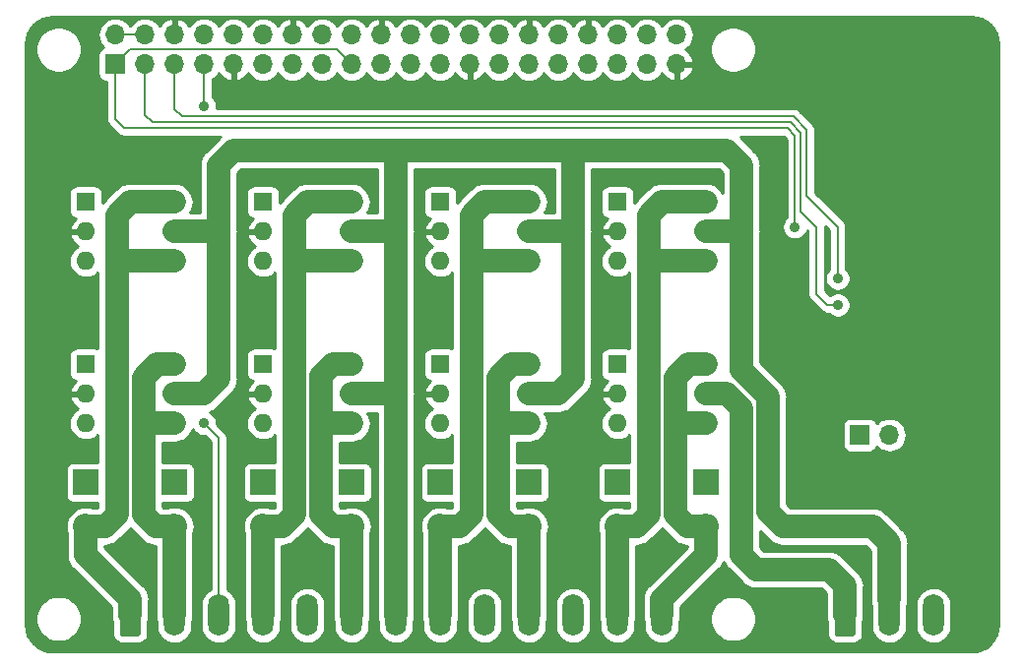
<source format=gbl>
G04 #@! TF.GenerationSoftware,KiCad,Pcbnew,5.1.2-f72e74a~84~ubuntu19.04.1*
G04 #@! TF.CreationDate,2019-06-29T23:09:38+02:00*
G04 #@! TF.ProjectId,switch-control-hat,73776974-6368-42d6-936f-6e74726f6c2d,rev?*
G04 #@! TF.SameCoordinates,Original*
G04 #@! TF.FileFunction,Copper,L2,Bot*
G04 #@! TF.FilePolarity,Positive*
%FSLAX46Y46*%
G04 Gerber Fmt 4.6, Leading zero omitted, Abs format (unit mm)*
G04 Created by KiCad (PCBNEW 5.1.2-f72e74a~84~ubuntu19.04.1) date 2019-06-29 23:09:38*
%MOMM*%
%LPD*%
G04 APERTURE LIST*
%ADD10O,1.800000X3.600000*%
%ADD11C,0.100000*%
%ADD12C,1.800000*%
%ADD13R,2.200000X2.200000*%
%ADD14O,2.200000X2.200000*%
%ADD15O,1.700000X1.700000*%
%ADD16R,1.700000X1.700000*%
%ADD17R,1.600000X1.600000*%
%ADD18O,1.600000X1.600000*%
%ADD19C,0.900000*%
%ADD20C,0.200000*%
%ADD21C,2.000000*%
%ADD22C,0.254000*%
G04 APERTURE END LIST*
D10*
X278740000Y-146190000D03*
X274930000Y-146190000D03*
D11*
G36*
X271794504Y-144391204D02*
G01*
X271818773Y-144394804D01*
X271842571Y-144400765D01*
X271865671Y-144409030D01*
X271887849Y-144419520D01*
X271908893Y-144432133D01*
X271928598Y-144446747D01*
X271946777Y-144463223D01*
X271963253Y-144481402D01*
X271977867Y-144501107D01*
X271990480Y-144522151D01*
X272000970Y-144544329D01*
X272009235Y-144567429D01*
X272015196Y-144591227D01*
X272018796Y-144615496D01*
X272020000Y-144640000D01*
X272020000Y-147740000D01*
X272018796Y-147764504D01*
X272015196Y-147788773D01*
X272009235Y-147812571D01*
X272000970Y-147835671D01*
X271990480Y-147857849D01*
X271977867Y-147878893D01*
X271963253Y-147898598D01*
X271946777Y-147916777D01*
X271928598Y-147933253D01*
X271908893Y-147947867D01*
X271887849Y-147960480D01*
X271865671Y-147970970D01*
X271842571Y-147979235D01*
X271818773Y-147985196D01*
X271794504Y-147988796D01*
X271770000Y-147990000D01*
X270470000Y-147990000D01*
X270445496Y-147988796D01*
X270421227Y-147985196D01*
X270397429Y-147979235D01*
X270374329Y-147970970D01*
X270352151Y-147960480D01*
X270331107Y-147947867D01*
X270311402Y-147933253D01*
X270293223Y-147916777D01*
X270276747Y-147898598D01*
X270262133Y-147878893D01*
X270249520Y-147857849D01*
X270239030Y-147835671D01*
X270230765Y-147812571D01*
X270224804Y-147788773D01*
X270221204Y-147764504D01*
X270220000Y-147740000D01*
X270220000Y-144640000D01*
X270221204Y-144615496D01*
X270224804Y-144591227D01*
X270230765Y-144567429D01*
X270239030Y-144544329D01*
X270249520Y-144522151D01*
X270262133Y-144501107D01*
X270276747Y-144481402D01*
X270293223Y-144463223D01*
X270311402Y-144446747D01*
X270331107Y-144432133D01*
X270352151Y-144419520D01*
X270374329Y-144409030D01*
X270397429Y-144400765D01*
X270421227Y-144394804D01*
X270445496Y-144391204D01*
X270470000Y-144390000D01*
X271770000Y-144390000D01*
X271794504Y-144391204D01*
X271794504Y-144391204D01*
G37*
D12*
X271120000Y-146190000D03*
D11*
G36*
X210326504Y-144391204D02*
G01*
X210350773Y-144394804D01*
X210374571Y-144400765D01*
X210397671Y-144409030D01*
X210419849Y-144419520D01*
X210440893Y-144432133D01*
X210460598Y-144446747D01*
X210478777Y-144463223D01*
X210495253Y-144481402D01*
X210509867Y-144501107D01*
X210522480Y-144522151D01*
X210532970Y-144544329D01*
X210541235Y-144567429D01*
X210547196Y-144591227D01*
X210550796Y-144615496D01*
X210552000Y-144640000D01*
X210552000Y-147740000D01*
X210550796Y-147764504D01*
X210547196Y-147788773D01*
X210541235Y-147812571D01*
X210532970Y-147835671D01*
X210522480Y-147857849D01*
X210509867Y-147878893D01*
X210495253Y-147898598D01*
X210478777Y-147916777D01*
X210460598Y-147933253D01*
X210440893Y-147947867D01*
X210419849Y-147960480D01*
X210397671Y-147970970D01*
X210374571Y-147979235D01*
X210350773Y-147985196D01*
X210326504Y-147988796D01*
X210302000Y-147990000D01*
X209002000Y-147990000D01*
X208977496Y-147988796D01*
X208953227Y-147985196D01*
X208929429Y-147979235D01*
X208906329Y-147970970D01*
X208884151Y-147960480D01*
X208863107Y-147947867D01*
X208843402Y-147933253D01*
X208825223Y-147916777D01*
X208808747Y-147898598D01*
X208794133Y-147878893D01*
X208781520Y-147857849D01*
X208771030Y-147835671D01*
X208762765Y-147812571D01*
X208756804Y-147788773D01*
X208753204Y-147764504D01*
X208752000Y-147740000D01*
X208752000Y-144640000D01*
X208753204Y-144615496D01*
X208756804Y-144591227D01*
X208762765Y-144567429D01*
X208771030Y-144544329D01*
X208781520Y-144522151D01*
X208794133Y-144501107D01*
X208808747Y-144481402D01*
X208825223Y-144463223D01*
X208843402Y-144446747D01*
X208863107Y-144432133D01*
X208884151Y-144419520D01*
X208906329Y-144409030D01*
X208929429Y-144400765D01*
X208953227Y-144394804D01*
X208977496Y-144391204D01*
X209002000Y-144390000D01*
X210302000Y-144390000D01*
X210326504Y-144391204D01*
X210326504Y-144391204D01*
G37*
D12*
X209652000Y-146190000D03*
D10*
X213462000Y-146190000D03*
X217272000Y-146190000D03*
X221082000Y-146190000D03*
X224892000Y-146190000D03*
X228702000Y-146190000D03*
X232512000Y-146190000D03*
X236322000Y-146190000D03*
X240132000Y-146190000D03*
X243942000Y-146190000D03*
X247752000Y-146190000D03*
X251562000Y-146190000D03*
X255372000Y-146190000D03*
D13*
X213462000Y-134760000D03*
D14*
X213462000Y-138570000D03*
X259182000Y-138570000D03*
D13*
X259182000Y-134760000D03*
D15*
X274930000Y-130672000D03*
D16*
X272390000Y-130672000D03*
D14*
X251562000Y-138570000D03*
D13*
X251562000Y-134760000D03*
D14*
X243942000Y-138570000D03*
D13*
X243942000Y-134760000D03*
D14*
X236322000Y-138570000D03*
D13*
X236322000Y-134760000D03*
D14*
X228702000Y-138570000D03*
D13*
X228702000Y-134760000D03*
D14*
X221082000Y-138570000D03*
D13*
X221082000Y-134760000D03*
X205842000Y-134760000D03*
D14*
X205842000Y-138570000D03*
D17*
X221082000Y-110630000D03*
D18*
X228702000Y-115710000D03*
X221082000Y-113170000D03*
X228702000Y-113170000D03*
X221082000Y-115710000D03*
X228702000Y-110630000D03*
D16*
X208370000Y-98770000D03*
D15*
X208370000Y-96230000D03*
X210910000Y-98770000D03*
X210910000Y-96230000D03*
X213450000Y-98770000D03*
X213450000Y-96230000D03*
X215990000Y-98770000D03*
X215990000Y-96230000D03*
X218530000Y-98770000D03*
X218530000Y-96230000D03*
X221070000Y-98770000D03*
X221070000Y-96230000D03*
X223610000Y-98770000D03*
X223610000Y-96230000D03*
X226150000Y-98770000D03*
X226150000Y-96230000D03*
X228690000Y-98770000D03*
X228690000Y-96230000D03*
X231230000Y-98770000D03*
X231230000Y-96230000D03*
X233770000Y-98770000D03*
X233770000Y-96230000D03*
X236310000Y-98770000D03*
X236310000Y-96230000D03*
X238850000Y-98770000D03*
X238850000Y-96230000D03*
X241390000Y-98770000D03*
X241390000Y-96230000D03*
X243930000Y-98770000D03*
X243930000Y-96230000D03*
X246470000Y-98770000D03*
X246470000Y-96230000D03*
X249010000Y-98770000D03*
X249010000Y-96230000D03*
X251550000Y-98770000D03*
X251550000Y-96230000D03*
X254090000Y-98770000D03*
X254090000Y-96230000D03*
X256630000Y-98770000D03*
X256630000Y-96230000D03*
D18*
X213462000Y-110630000D03*
X205842000Y-115710000D03*
X213462000Y-113170000D03*
X205842000Y-113170000D03*
X213462000Y-115710000D03*
D17*
X205842000Y-110630000D03*
X205842000Y-124600000D03*
D18*
X213462000Y-129680000D03*
X205842000Y-127140000D03*
X213462000Y-127140000D03*
X205842000Y-129680000D03*
X213462000Y-124600000D03*
X228702000Y-124600000D03*
X221082000Y-129680000D03*
X228702000Y-127140000D03*
X221082000Y-127140000D03*
X228702000Y-129680000D03*
D17*
X221082000Y-124600000D03*
X236322000Y-110630000D03*
D18*
X243942000Y-115710000D03*
X236322000Y-113170000D03*
X243942000Y-113170000D03*
X236322000Y-115710000D03*
X243942000Y-110630000D03*
X243942000Y-124600000D03*
X236322000Y-129680000D03*
X243942000Y-127140000D03*
X236322000Y-127140000D03*
X243942000Y-129680000D03*
D17*
X236322000Y-124600000D03*
X251562000Y-110630000D03*
D18*
X259182000Y-115710000D03*
X251562000Y-113170000D03*
X259182000Y-113170000D03*
X251562000Y-115710000D03*
X259182000Y-110630000D03*
X259182000Y-124600000D03*
X251562000Y-129680000D03*
X259182000Y-127140000D03*
X251562000Y-127140000D03*
X259182000Y-129680000D03*
D17*
X251562000Y-124600000D03*
D19*
X266802000Y-112765000D03*
X270509000Y-119496000D03*
X270485000Y-117210000D03*
X216002000Y-102375000D03*
X216002000Y-129680000D03*
D20*
X266802000Y-111265000D02*
X266802000Y-112765000D01*
X266155000Y-104280000D02*
X266802000Y-104927000D01*
X209144000Y-104280000D02*
X266155000Y-104280000D01*
X208370000Y-98770000D02*
X208370000Y-103506000D01*
X208370000Y-103506000D02*
X209144000Y-104280000D01*
X266802000Y-104927000D02*
X266802000Y-111265000D01*
X227405500Y-97485500D02*
X228690000Y-98770000D01*
X209652000Y-97485500D02*
X227405500Y-97485500D01*
X208370000Y-98770000D02*
X208370000Y-98767500D01*
X208370000Y-98767500D02*
X209652000Y-97485500D01*
X210910000Y-96230000D02*
X208370000Y-96230000D01*
X269618604Y-119496000D02*
X270509000Y-119496000D01*
X268643500Y-112789000D02*
X268643500Y-118520896D01*
X210910000Y-103125000D02*
X211557000Y-103772000D01*
X210910000Y-98770000D02*
X210910000Y-103125000D01*
X268643500Y-118520896D02*
X269618604Y-119496000D01*
X211557000Y-103772000D02*
X266421000Y-103772000D01*
X267310000Y-111455500D02*
X268643500Y-112789000D01*
X266421000Y-103772000D02*
X267310000Y-104661000D01*
X267310000Y-104661000D02*
X267310000Y-111455500D01*
X213450000Y-102617000D02*
X213450000Y-98770000D01*
X214097000Y-103264000D02*
X213450000Y-102617000D01*
X270485000Y-112789000D02*
X267818000Y-110122000D01*
X266675000Y-103264000D02*
X214097000Y-103264000D01*
X270485000Y-117210000D02*
X270485000Y-112789000D01*
X267818000Y-110122000D02*
X267818000Y-104407000D01*
X267818000Y-104407000D02*
X266675000Y-103264000D01*
D21*
X213462000Y-110630000D02*
X211906366Y-110630000D01*
X209652000Y-144793000D02*
X205842000Y-140983000D01*
X205842000Y-140983000D02*
X205842000Y-138570000D01*
X208509000Y-111741366D02*
X209620366Y-110630000D01*
X205842000Y-138570000D02*
X207493000Y-138570000D01*
X207493000Y-138570000D02*
X208509000Y-137554000D01*
X209620366Y-110630000D02*
X211906366Y-110630000D01*
X213462000Y-115710000D02*
X212330630Y-115710000D01*
X212330630Y-115710000D02*
X208509000Y-115710000D01*
X208509000Y-137554000D02*
X208509000Y-115710000D01*
X208509000Y-115710000D02*
X208509000Y-111741366D01*
X209652000Y-146190000D02*
X209652000Y-144793000D01*
D20*
X213462000Y-146488000D02*
X213450000Y-146500000D01*
D21*
X213462000Y-138570000D02*
X213462000Y-146190000D01*
X211906366Y-124600000D02*
X210795000Y-125711366D01*
X213462000Y-124600000D02*
X211906366Y-124600000D01*
X211811000Y-138570000D02*
X213462000Y-138570000D01*
X210795000Y-137554000D02*
X211811000Y-138570000D01*
X213462000Y-129680000D02*
X212330630Y-129680000D01*
X210795000Y-125711366D02*
X210795000Y-129680000D01*
X212330630Y-129680000D02*
X210795000Y-129680000D01*
X210795000Y-129680000D02*
X210795000Y-137554000D01*
D20*
X221082000Y-146488000D02*
X221070000Y-146500000D01*
D21*
X221082000Y-138570000D02*
X221082000Y-146190000D01*
X222733000Y-138570000D02*
X223749000Y-137554000D01*
X221082000Y-138570000D02*
X222733000Y-138570000D01*
X224860366Y-110630000D02*
X223749000Y-111741366D01*
X228702000Y-110630000D02*
X224860366Y-110630000D01*
X228702000Y-115710000D02*
X223749000Y-115710000D01*
X223749000Y-137554000D02*
X223749000Y-115710000D01*
X223749000Y-115710000D02*
X223749000Y-111741366D01*
D20*
X228702000Y-146488000D02*
X228690000Y-146500000D01*
D21*
X228702000Y-140125634D02*
X228702000Y-146190000D01*
X228702000Y-138570000D02*
X228702000Y-140125634D01*
X227051000Y-138570000D02*
X228702000Y-138570000D01*
X226035000Y-137554000D02*
X227051000Y-138570000D01*
X227570630Y-124600000D02*
X228702000Y-124600000D01*
X227051000Y-124600000D02*
X227570630Y-124600000D01*
X226035000Y-125616000D02*
X227051000Y-124600000D01*
D20*
X226035000Y-125711366D02*
X226035000Y-125616000D01*
D21*
X228702000Y-129680000D02*
X227570630Y-129680000D01*
X226035000Y-125711366D02*
X226035000Y-129680000D01*
X227570630Y-129680000D02*
X226035000Y-129680000D01*
X226035000Y-129680000D02*
X226035000Y-137554000D01*
D20*
X236322000Y-146488000D02*
X236310000Y-146500000D01*
D21*
X236322000Y-138570000D02*
X236322000Y-146190000D01*
X237973000Y-138570000D02*
X236322000Y-138570000D01*
X238989000Y-137554000D02*
X237973000Y-138570000D01*
X240100366Y-110630000D02*
X238989000Y-111741366D01*
X243942000Y-110630000D02*
X240100366Y-110630000D01*
X243942000Y-115710000D02*
X238989000Y-115710000D01*
X238989000Y-137554000D02*
X238989000Y-115710000D01*
X238989000Y-115710000D02*
X238989000Y-111741366D01*
D20*
X243942000Y-146488000D02*
X243930000Y-146500000D01*
D21*
X243942000Y-138570000D02*
X243942000Y-146190000D01*
X242291000Y-138570000D02*
X241275000Y-137554000D01*
X243942000Y-138570000D02*
X242291000Y-138570000D01*
X242386366Y-124600000D02*
X241275000Y-125711366D01*
X243942000Y-124600000D02*
X242386366Y-124600000D01*
X243942000Y-129680000D02*
X242810630Y-129680000D01*
X241275000Y-125711366D02*
X241275000Y-129680000D01*
X242810630Y-129680000D02*
X241275000Y-129680000D01*
X241275000Y-129680000D02*
X241275000Y-137554000D01*
D20*
X251562000Y-146488000D02*
X251550000Y-146500000D01*
D21*
X251562000Y-138570000D02*
X251562000Y-146190000D01*
X253213000Y-138570000D02*
X251562000Y-138570000D01*
X254229000Y-137554000D02*
X253213000Y-138570000D01*
X255340366Y-110630000D02*
X254229000Y-111741366D01*
X259182000Y-110630000D02*
X255340366Y-110630000D01*
X259182000Y-115710000D02*
X254229000Y-115710000D01*
X254229000Y-137554000D02*
X254229000Y-115710000D01*
X254229000Y-115710000D02*
X254229000Y-111741366D01*
X255372000Y-144793000D02*
X259182000Y-140983000D01*
X259182000Y-138570000D02*
X259182000Y-140983000D01*
X255372000Y-146190000D02*
X255372000Y-144793000D01*
X257531000Y-138570000D02*
X256515000Y-137554000D01*
X259182000Y-138570000D02*
X257531000Y-138570000D01*
X257626366Y-124600000D02*
X256515000Y-125711366D01*
X259182000Y-124600000D02*
X257626366Y-124600000D01*
X258050630Y-129680000D02*
X256515000Y-129680000D01*
X259182000Y-129680000D02*
X258050630Y-129680000D01*
X256515000Y-125711366D02*
X256515000Y-129680000D01*
X256515000Y-129680000D02*
X256515000Y-137554000D01*
X246482000Y-127140000D02*
X247752000Y-125870000D01*
X247752000Y-125870000D02*
X247752000Y-113170000D01*
X243942000Y-127140000D02*
X246482000Y-127140000D01*
X216002000Y-127140000D02*
X217272000Y-125870000D01*
X260960000Y-106185000D02*
X262230000Y-107455000D01*
X217272000Y-107455000D02*
X218542000Y-106185000D01*
X264516000Y-137300000D02*
X265786000Y-138570000D01*
X274930000Y-139967000D02*
X273533000Y-138570000D01*
X259182000Y-113170000D02*
X260960000Y-113170000D01*
X274930000Y-139967000D02*
X274930000Y-144793000D01*
X265786000Y-138570000D02*
X273533000Y-138570000D01*
X264516000Y-127394000D02*
X262230000Y-125108000D01*
X262230000Y-125108000D02*
X262230000Y-114440000D01*
X264516000Y-127394000D02*
X264516000Y-137300000D01*
X249276000Y-106185000D02*
X260960000Y-106185000D01*
X232512000Y-106185000D02*
X234036000Y-106185000D01*
X229833370Y-127140000D02*
X232512000Y-127140000D01*
X228702000Y-127140000D02*
X229833370Y-127140000D01*
X232512000Y-146190000D02*
X232512000Y-127140000D01*
X262230000Y-113170000D02*
X260960000Y-113170000D01*
X262230000Y-113170000D02*
X262230000Y-114440000D01*
X262230000Y-107455000D02*
X262230000Y-113170000D01*
X232512000Y-113170000D02*
X228702000Y-113170000D01*
X232512000Y-113170000D02*
X232512000Y-106185000D01*
X232512000Y-127140000D02*
X232512000Y-113170000D01*
X232512000Y-106185000D02*
X218542000Y-106185000D01*
X213462000Y-127140000D02*
X216002000Y-127140000D01*
X217272000Y-113170000D02*
X217272000Y-107455000D01*
X217272000Y-113170000D02*
X213462000Y-113170000D01*
X217272000Y-125870000D02*
X217272000Y-113170000D01*
X243942000Y-113170000D02*
X247752000Y-113170000D01*
X247752000Y-113170000D02*
X247752000Y-106185000D01*
X234036000Y-106185000D02*
X247752000Y-106185000D01*
X247752000Y-106185000D02*
X249276000Y-106185000D01*
X271120000Y-146190000D02*
X271120000Y-144290000D01*
X271120000Y-144290000D02*
X271120000Y-143650000D01*
X262230000Y-140983000D02*
X263500000Y-142253000D01*
X262230000Y-128410000D02*
X262230000Y-140983000D01*
X263500000Y-142253000D02*
X269723000Y-142253000D01*
X259182000Y-127140000D02*
X260960000Y-127140000D01*
X271120000Y-143650000D02*
X269723000Y-142253000D01*
X260960000Y-127140000D02*
X262230000Y-128410000D01*
D20*
X216002000Y-98782000D02*
X215990000Y-98770000D01*
X216002000Y-102375000D02*
X216002000Y-98782000D01*
X216002000Y-129680000D02*
X217272000Y-130950000D01*
X217272000Y-130950000D02*
X217272000Y-146190000D01*
D22*
G36*
X282449016Y-94732312D02*
G01*
X282880930Y-94862714D01*
X283279285Y-95074524D01*
X283628914Y-95359675D01*
X283916497Y-95707303D01*
X284131086Y-96104177D01*
X284264498Y-96535161D01*
X284315001Y-97015663D01*
X284315000Y-146966495D01*
X284267688Y-147449016D01*
X284137287Y-147880927D01*
X283925480Y-148279280D01*
X283640325Y-148628914D01*
X283292697Y-148916497D01*
X282895825Y-149131085D01*
X282464834Y-149264500D01*
X281984346Y-149315000D01*
X203033504Y-149315000D01*
X202550984Y-149267688D01*
X202119073Y-149137287D01*
X201720720Y-148925480D01*
X201371086Y-148640325D01*
X201083503Y-148292697D01*
X200868915Y-147895825D01*
X200735500Y-147464834D01*
X200685000Y-146984346D01*
X200685000Y-146304495D01*
X201515000Y-146304495D01*
X201515000Y-146695505D01*
X201591282Y-147079003D01*
X201740915Y-147440250D01*
X201958149Y-147765364D01*
X202234636Y-148041851D01*
X202559750Y-148259085D01*
X202920997Y-148408718D01*
X203304495Y-148485000D01*
X203695505Y-148485000D01*
X204079003Y-148408718D01*
X204440250Y-148259085D01*
X204765364Y-148041851D01*
X205041851Y-147765364D01*
X205259085Y-147440250D01*
X205408718Y-147079003D01*
X205485000Y-146695505D01*
X205485000Y-146304495D01*
X205408718Y-145920997D01*
X205259085Y-145559750D01*
X205041851Y-145234636D01*
X204765364Y-144958149D01*
X204440250Y-144740915D01*
X204079003Y-144591282D01*
X203695505Y-144515000D01*
X203304495Y-144515000D01*
X202920997Y-144591282D01*
X202559750Y-144740915D01*
X202234636Y-144958149D01*
X201958149Y-145234636D01*
X201740915Y-145559750D01*
X201591282Y-145920997D01*
X201515000Y-146304495D01*
X200685000Y-146304495D01*
X200685000Y-138570000D01*
X204098606Y-138570000D01*
X204132105Y-138910119D01*
X204207001Y-139157018D01*
X204207000Y-140902680D01*
X204199089Y-140983000D01*
X204207000Y-141063319D01*
X204207000Y-141063321D01*
X204230657Y-141303515D01*
X204324148Y-141611714D01*
X204475969Y-141895751D01*
X204680286Y-142144714D01*
X204742687Y-142195925D01*
X208017000Y-145470240D01*
X208017000Y-146270321D01*
X208040657Y-146510515D01*
X208113928Y-146752057D01*
X208113928Y-147740000D01*
X208130992Y-147913254D01*
X208181528Y-148079850D01*
X208263595Y-148233386D01*
X208374038Y-148367962D01*
X208508614Y-148478405D01*
X208662150Y-148560472D01*
X208828746Y-148611008D01*
X209002000Y-148628072D01*
X210302000Y-148628072D01*
X210475254Y-148611008D01*
X210641850Y-148560472D01*
X210795386Y-148478405D01*
X210929962Y-148367962D01*
X211040405Y-148233386D01*
X211122472Y-148079850D01*
X211173008Y-147913254D01*
X211190072Y-147740000D01*
X211190072Y-146752058D01*
X211263343Y-146510516D01*
X211287000Y-146270322D01*
X211287000Y-144873322D01*
X211294911Y-144793000D01*
X211263343Y-144472483D01*
X211169852Y-144164285D01*
X211066280Y-143970516D01*
X211018031Y-143880248D01*
X210813714Y-143631286D01*
X210751324Y-143580084D01*
X207477000Y-140305762D01*
X207477000Y-140211335D01*
X207493000Y-140212911D01*
X207573319Y-140205000D01*
X207573322Y-140205000D01*
X207813516Y-140181343D01*
X208121715Y-140087852D01*
X208405752Y-139936031D01*
X208654714Y-139731714D01*
X208705925Y-139669313D01*
X209608314Y-138766924D01*
X209652000Y-138731072D01*
X209695682Y-138766920D01*
X210598075Y-139669313D01*
X210649286Y-139731714D01*
X210898248Y-139936031D01*
X211182285Y-140087852D01*
X211490484Y-140181343D01*
X211730678Y-140205000D01*
X211730680Y-140205000D01*
X211811000Y-140212911D01*
X211827000Y-140211335D01*
X211827001Y-146270322D01*
X211850658Y-146510516D01*
X211927000Y-146762182D01*
X211927000Y-147165408D01*
X211949211Y-147390913D01*
X212036984Y-147680261D01*
X212179520Y-147946927D01*
X212371340Y-148180661D01*
X212605074Y-148372481D01*
X212871740Y-148515017D01*
X213161088Y-148602790D01*
X213462000Y-148632427D01*
X213762913Y-148602790D01*
X214052261Y-148515017D01*
X214318927Y-148372481D01*
X214552661Y-148180661D01*
X214744481Y-147946927D01*
X214887017Y-147680261D01*
X214974790Y-147390913D01*
X214997000Y-147165408D01*
X214997000Y-146762186D01*
X215073343Y-146510516D01*
X215097000Y-146270322D01*
X215097000Y-139157015D01*
X215171895Y-138910119D01*
X215205394Y-138570000D01*
X215171895Y-138229881D01*
X215072686Y-137902832D01*
X214911579Y-137601422D01*
X214694766Y-137337234D01*
X214430578Y-137120421D01*
X214129168Y-136959314D01*
X213802119Y-136860105D01*
X213547225Y-136835000D01*
X213376775Y-136835000D01*
X213121881Y-136860105D01*
X212874985Y-136935000D01*
X212488238Y-136935000D01*
X212430000Y-136876762D01*
X212430000Y-136498072D01*
X214562000Y-136498072D01*
X214686482Y-136485812D01*
X214806180Y-136449502D01*
X214916494Y-136390537D01*
X215013185Y-136311185D01*
X215092537Y-136214494D01*
X215151502Y-136104180D01*
X215187812Y-135984482D01*
X215200072Y-135860000D01*
X215200072Y-133660000D01*
X215187812Y-133535518D01*
X215151502Y-133415820D01*
X215092537Y-133305506D01*
X215013185Y-133208815D01*
X214916494Y-133129463D01*
X214806180Y-133070498D01*
X214686482Y-133034188D01*
X214562000Y-133021928D01*
X212430000Y-133021928D01*
X212430000Y-131315000D01*
X213542322Y-131315000D01*
X213782516Y-131291343D01*
X214090715Y-131197852D01*
X214374752Y-131046031D01*
X214623714Y-130841714D01*
X214828031Y-130592752D01*
X214979852Y-130308715D01*
X215025582Y-130157962D01*
X215040485Y-130193940D01*
X215159225Y-130371647D01*
X215310353Y-130522775D01*
X215488060Y-130641515D01*
X215685517Y-130723304D01*
X215895137Y-130765000D01*
X216047554Y-130765000D01*
X216537000Y-131254447D01*
X216537001Y-143942347D01*
X216415073Y-144007519D01*
X216181339Y-144199339D01*
X215989519Y-144433074D01*
X215846983Y-144699740D01*
X215759210Y-144989088D01*
X215737000Y-145214593D01*
X215737000Y-147165408D01*
X215759211Y-147390913D01*
X215846984Y-147680261D01*
X215989520Y-147946927D01*
X216181340Y-148180661D01*
X216415074Y-148372481D01*
X216681740Y-148515017D01*
X216971088Y-148602790D01*
X217272000Y-148632427D01*
X217572913Y-148602790D01*
X217862261Y-148515017D01*
X218128927Y-148372481D01*
X218362661Y-148180661D01*
X218554481Y-147946927D01*
X218697017Y-147680261D01*
X218784790Y-147390913D01*
X218807000Y-147165408D01*
X218807000Y-145214592D01*
X218784790Y-144989087D01*
X218697017Y-144699739D01*
X218554481Y-144433073D01*
X218362661Y-144199339D01*
X218128926Y-144007519D01*
X218007000Y-143942348D01*
X218007000Y-130986094D01*
X218010555Y-130949999D01*
X218007000Y-130913904D01*
X218007000Y-130913895D01*
X217996365Y-130805915D01*
X217954337Y-130667367D01*
X217886087Y-130539680D01*
X217838012Y-130481101D01*
X217817253Y-130455806D01*
X217817250Y-130455803D01*
X217794237Y-130427762D01*
X217766197Y-130404750D01*
X217087000Y-129725554D01*
X217087000Y-129573137D01*
X217045304Y-129363517D01*
X216963515Y-129166060D01*
X216844775Y-128988353D01*
X216693647Y-128837225D01*
X216515940Y-128718485D01*
X216479962Y-128703582D01*
X216630715Y-128657852D01*
X216914752Y-128506031D01*
X217163714Y-128301714D01*
X217214924Y-128239314D01*
X218371319Y-127082919D01*
X218433714Y-127031714D01*
X218638031Y-126782752D01*
X218789852Y-126498715D01*
X218883343Y-126190516D01*
X218907000Y-125950322D01*
X218907000Y-125950320D01*
X218914911Y-125870001D01*
X218907000Y-125789681D01*
X218907000Y-113250321D01*
X218914911Y-113170000D01*
X218907000Y-113089678D01*
X218907000Y-108132238D01*
X219219239Y-107820000D01*
X230877001Y-107820000D01*
X230877000Y-111535000D01*
X230072175Y-111535000D01*
X230219852Y-111258715D01*
X230313343Y-110950516D01*
X230344911Y-110630000D01*
X230313343Y-110309484D01*
X230219852Y-110001285D01*
X230068031Y-109717248D01*
X229863714Y-109468286D01*
X229614752Y-109263969D01*
X229330715Y-109112148D01*
X229022516Y-109018657D01*
X228782322Y-108995000D01*
X224940688Y-108995000D01*
X224860366Y-108987089D01*
X224539849Y-109018657D01*
X224382653Y-109066342D01*
X224231651Y-109112148D01*
X223947614Y-109263969D01*
X223698652Y-109468286D01*
X223647445Y-109530682D01*
X222649682Y-110528446D01*
X222587287Y-110579652D01*
X222520072Y-110661554D01*
X222520072Y-109830000D01*
X222507812Y-109705518D01*
X222471502Y-109585820D01*
X222412537Y-109475506D01*
X222333185Y-109378815D01*
X222236494Y-109299463D01*
X222126180Y-109240498D01*
X222006482Y-109204188D01*
X221882000Y-109191928D01*
X220282000Y-109191928D01*
X220157518Y-109204188D01*
X220037820Y-109240498D01*
X219927506Y-109299463D01*
X219830815Y-109378815D01*
X219751463Y-109475506D01*
X219692498Y-109585820D01*
X219656188Y-109705518D01*
X219643928Y-109830000D01*
X219643928Y-111430000D01*
X219656188Y-111554482D01*
X219692498Y-111674180D01*
X219751463Y-111784494D01*
X219830815Y-111881185D01*
X219927506Y-111960537D01*
X220037820Y-112019502D01*
X220157518Y-112055812D01*
X220182080Y-112058231D01*
X220018481Y-112206586D01*
X219850963Y-112432580D01*
X219730754Y-112686913D01*
X219690096Y-112820961D01*
X219812085Y-113043000D01*
X220955000Y-113043000D01*
X220955000Y-113023000D01*
X221209000Y-113023000D01*
X221209000Y-113043000D01*
X221229000Y-113043000D01*
X221229000Y-113297000D01*
X221209000Y-113297000D01*
X221209000Y-113317000D01*
X220955000Y-113317000D01*
X220955000Y-113297000D01*
X219812085Y-113297000D01*
X219690096Y-113519039D01*
X219730754Y-113653087D01*
X219850963Y-113907420D01*
X220018481Y-114133414D01*
X220226869Y-114322385D01*
X220418682Y-114437421D01*
X220280899Y-114511068D01*
X220062392Y-114690392D01*
X219883068Y-114908899D01*
X219749818Y-115158192D01*
X219667764Y-115428691D01*
X219640057Y-115710000D01*
X219667764Y-115991309D01*
X219749818Y-116261808D01*
X219883068Y-116511101D01*
X220062392Y-116729608D01*
X220280899Y-116908932D01*
X220530192Y-117042182D01*
X220800691Y-117124236D01*
X221011508Y-117145000D01*
X221152492Y-117145000D01*
X221363309Y-117124236D01*
X221633808Y-117042182D01*
X221883101Y-116908932D01*
X222101608Y-116729608D01*
X222114001Y-116714507D01*
X222114001Y-123206803D01*
X222006482Y-123174188D01*
X221882000Y-123161928D01*
X220282000Y-123161928D01*
X220157518Y-123174188D01*
X220037820Y-123210498D01*
X219927506Y-123269463D01*
X219830815Y-123348815D01*
X219751463Y-123445506D01*
X219692498Y-123555820D01*
X219656188Y-123675518D01*
X219643928Y-123800000D01*
X219643928Y-125400000D01*
X219656188Y-125524482D01*
X219692498Y-125644180D01*
X219751463Y-125754494D01*
X219830815Y-125851185D01*
X219927506Y-125930537D01*
X220037820Y-125989502D01*
X220157518Y-126025812D01*
X220182080Y-126028231D01*
X220018481Y-126176586D01*
X219850963Y-126402580D01*
X219730754Y-126656913D01*
X219690096Y-126790961D01*
X219812085Y-127013000D01*
X220955000Y-127013000D01*
X220955000Y-126993000D01*
X221209000Y-126993000D01*
X221209000Y-127013000D01*
X221229000Y-127013000D01*
X221229000Y-127267000D01*
X221209000Y-127267000D01*
X221209000Y-127287000D01*
X220955000Y-127287000D01*
X220955000Y-127267000D01*
X219812085Y-127267000D01*
X219690096Y-127489039D01*
X219730754Y-127623087D01*
X219850963Y-127877420D01*
X220018481Y-128103414D01*
X220226869Y-128292385D01*
X220418682Y-128407421D01*
X220280899Y-128481068D01*
X220062392Y-128660392D01*
X219883068Y-128878899D01*
X219749818Y-129128192D01*
X219667764Y-129398691D01*
X219640057Y-129680000D01*
X219667764Y-129961309D01*
X219749818Y-130231808D01*
X219883068Y-130481101D01*
X220062392Y-130699608D01*
X220280899Y-130878932D01*
X220530192Y-131012182D01*
X220800691Y-131094236D01*
X221011508Y-131115000D01*
X221152492Y-131115000D01*
X221363309Y-131094236D01*
X221633808Y-131012182D01*
X221883101Y-130878932D01*
X222101608Y-130699608D01*
X222114000Y-130684508D01*
X222114000Y-133021928D01*
X219982000Y-133021928D01*
X219857518Y-133034188D01*
X219737820Y-133070498D01*
X219627506Y-133129463D01*
X219530815Y-133208815D01*
X219451463Y-133305506D01*
X219392498Y-133415820D01*
X219356188Y-133535518D01*
X219343928Y-133660000D01*
X219343928Y-135860000D01*
X219356188Y-135984482D01*
X219392498Y-136104180D01*
X219451463Y-136214494D01*
X219530815Y-136311185D01*
X219627506Y-136390537D01*
X219737820Y-136449502D01*
X219857518Y-136485812D01*
X219982000Y-136498072D01*
X222114000Y-136498072D01*
X222114000Y-136876762D01*
X222055762Y-136935000D01*
X221669015Y-136935000D01*
X221422119Y-136860105D01*
X221167225Y-136835000D01*
X220996775Y-136835000D01*
X220741881Y-136860105D01*
X220414832Y-136959314D01*
X220113422Y-137120421D01*
X219849234Y-137337234D01*
X219632421Y-137601422D01*
X219471314Y-137902832D01*
X219372105Y-138229881D01*
X219338606Y-138570000D01*
X219372105Y-138910119D01*
X219447000Y-139157016D01*
X219447001Y-146270322D01*
X219470658Y-146510516D01*
X219547000Y-146762182D01*
X219547000Y-147165408D01*
X219569211Y-147390913D01*
X219656984Y-147680261D01*
X219799520Y-147946927D01*
X219991340Y-148180661D01*
X220225074Y-148372481D01*
X220491740Y-148515017D01*
X220781088Y-148602790D01*
X221082000Y-148632427D01*
X221382913Y-148602790D01*
X221672261Y-148515017D01*
X221938927Y-148372481D01*
X222172661Y-148180661D01*
X222364481Y-147946927D01*
X222507017Y-147680261D01*
X222594790Y-147390913D01*
X222617000Y-147165408D01*
X222617000Y-146762186D01*
X222693343Y-146510516D01*
X222717000Y-146270322D01*
X222717000Y-145214593D01*
X223357000Y-145214593D01*
X223357000Y-147165408D01*
X223379211Y-147390913D01*
X223466984Y-147680261D01*
X223609520Y-147946927D01*
X223801340Y-148180661D01*
X224035074Y-148372481D01*
X224301740Y-148515017D01*
X224591088Y-148602790D01*
X224892000Y-148632427D01*
X225192913Y-148602790D01*
X225482261Y-148515017D01*
X225748927Y-148372481D01*
X225982661Y-148180661D01*
X226174481Y-147946927D01*
X226317017Y-147680261D01*
X226404790Y-147390913D01*
X226427000Y-147165408D01*
X226427000Y-145214592D01*
X226404790Y-144989087D01*
X226317017Y-144699739D01*
X226174481Y-144433073D01*
X225982661Y-144199339D01*
X225748926Y-144007519D01*
X225482260Y-143864983D01*
X225192912Y-143777210D01*
X224892000Y-143747573D01*
X224591087Y-143777210D01*
X224301739Y-143864983D01*
X224035073Y-144007519D01*
X223801339Y-144199339D01*
X223609519Y-144433074D01*
X223466983Y-144699740D01*
X223379210Y-144989088D01*
X223357000Y-145214593D01*
X222717000Y-145214593D01*
X222717000Y-140211335D01*
X222733000Y-140212911D01*
X222813319Y-140205000D01*
X222813322Y-140205000D01*
X223053516Y-140181343D01*
X223361715Y-140087852D01*
X223645752Y-139936031D01*
X223894714Y-139731714D01*
X223945925Y-139669313D01*
X224848314Y-138766924D01*
X224892000Y-138731072D01*
X224935682Y-138766920D01*
X225838075Y-139669313D01*
X225889286Y-139731714D01*
X226138248Y-139936031D01*
X226422285Y-140087852D01*
X226730484Y-140181343D01*
X226970678Y-140205000D01*
X226970680Y-140205000D01*
X227051000Y-140212911D01*
X227067000Y-140211335D01*
X227067001Y-146270322D01*
X227090658Y-146510516D01*
X227167000Y-146762182D01*
X227167000Y-147165408D01*
X227189211Y-147390913D01*
X227276984Y-147680261D01*
X227419520Y-147946927D01*
X227611340Y-148180661D01*
X227845074Y-148372481D01*
X228111740Y-148515017D01*
X228401088Y-148602790D01*
X228702000Y-148632427D01*
X229002913Y-148602790D01*
X229292261Y-148515017D01*
X229558927Y-148372481D01*
X229792661Y-148180661D01*
X229984481Y-147946927D01*
X230127017Y-147680261D01*
X230214790Y-147390913D01*
X230237000Y-147165408D01*
X230237000Y-146762186D01*
X230313343Y-146510516D01*
X230337000Y-146270322D01*
X230337000Y-139157015D01*
X230411895Y-138910119D01*
X230445394Y-138570000D01*
X230411895Y-138229881D01*
X230312686Y-137902832D01*
X230151579Y-137601422D01*
X229934766Y-137337234D01*
X229670578Y-137120421D01*
X229369168Y-136959314D01*
X229042119Y-136860105D01*
X228787225Y-136835000D01*
X228616775Y-136835000D01*
X228361881Y-136860105D01*
X228114985Y-136935000D01*
X227728238Y-136935000D01*
X227670000Y-136876762D01*
X227670000Y-136498072D01*
X229802000Y-136498072D01*
X229926482Y-136485812D01*
X230046180Y-136449502D01*
X230156494Y-136390537D01*
X230253185Y-136311185D01*
X230332537Y-136214494D01*
X230391502Y-136104180D01*
X230427812Y-135984482D01*
X230440072Y-135860000D01*
X230440072Y-133660000D01*
X230427812Y-133535518D01*
X230391502Y-133415820D01*
X230332537Y-133305506D01*
X230253185Y-133208815D01*
X230156494Y-133129463D01*
X230046180Y-133070498D01*
X229926482Y-133034188D01*
X229802000Y-133021928D01*
X227670000Y-133021928D01*
X227670000Y-131315000D01*
X228782322Y-131315000D01*
X229022516Y-131291343D01*
X229330715Y-131197852D01*
X229614752Y-131046031D01*
X229863714Y-130841714D01*
X230068031Y-130592752D01*
X230219852Y-130308715D01*
X230313343Y-130000516D01*
X230344911Y-129680000D01*
X230313343Y-129359484D01*
X230219852Y-129051285D01*
X230072175Y-128775000D01*
X230877001Y-128775000D01*
X230877000Y-146270321D01*
X230900657Y-146510515D01*
X230977000Y-146762185D01*
X230977000Y-147165408D01*
X230999211Y-147390913D01*
X231086984Y-147680261D01*
X231229520Y-147946927D01*
X231421340Y-148180661D01*
X231655074Y-148372481D01*
X231921740Y-148515017D01*
X232211088Y-148602790D01*
X232512000Y-148632427D01*
X232812913Y-148602790D01*
X233102261Y-148515017D01*
X233368927Y-148372481D01*
X233602661Y-148180661D01*
X233794481Y-147946927D01*
X233937017Y-147680261D01*
X234024790Y-147390913D01*
X234047000Y-147165408D01*
X234047000Y-146762186D01*
X234123343Y-146510516D01*
X234147000Y-146270322D01*
X234147000Y-127220321D01*
X234154911Y-127140000D01*
X234147000Y-127059678D01*
X234147000Y-113250321D01*
X234154911Y-113170000D01*
X234147000Y-113089678D01*
X234147000Y-107820000D01*
X246117001Y-107820000D01*
X246117000Y-111535000D01*
X245312175Y-111535000D01*
X245459852Y-111258715D01*
X245553343Y-110950516D01*
X245584911Y-110630000D01*
X245553343Y-110309484D01*
X245459852Y-110001285D01*
X245308031Y-109717248D01*
X245103714Y-109468286D01*
X244854752Y-109263969D01*
X244570715Y-109112148D01*
X244262516Y-109018657D01*
X244022322Y-108995000D01*
X240180688Y-108995000D01*
X240100366Y-108987089D01*
X239779849Y-109018657D01*
X239622653Y-109066342D01*
X239471651Y-109112148D01*
X239187614Y-109263969D01*
X238938652Y-109468286D01*
X238887445Y-109530682D01*
X237889682Y-110528446D01*
X237827287Y-110579652D01*
X237760072Y-110661554D01*
X237760072Y-109830000D01*
X237747812Y-109705518D01*
X237711502Y-109585820D01*
X237652537Y-109475506D01*
X237573185Y-109378815D01*
X237476494Y-109299463D01*
X237366180Y-109240498D01*
X237246482Y-109204188D01*
X237122000Y-109191928D01*
X235522000Y-109191928D01*
X235397518Y-109204188D01*
X235277820Y-109240498D01*
X235167506Y-109299463D01*
X235070815Y-109378815D01*
X234991463Y-109475506D01*
X234932498Y-109585820D01*
X234896188Y-109705518D01*
X234883928Y-109830000D01*
X234883928Y-111430000D01*
X234896188Y-111554482D01*
X234932498Y-111674180D01*
X234991463Y-111784494D01*
X235070815Y-111881185D01*
X235167506Y-111960537D01*
X235277820Y-112019502D01*
X235397518Y-112055812D01*
X235422080Y-112058231D01*
X235258481Y-112206586D01*
X235090963Y-112432580D01*
X234970754Y-112686913D01*
X234930096Y-112820961D01*
X235052085Y-113043000D01*
X236195000Y-113043000D01*
X236195000Y-113023000D01*
X236449000Y-113023000D01*
X236449000Y-113043000D01*
X236469000Y-113043000D01*
X236469000Y-113297000D01*
X236449000Y-113297000D01*
X236449000Y-113317000D01*
X236195000Y-113317000D01*
X236195000Y-113297000D01*
X235052085Y-113297000D01*
X234930096Y-113519039D01*
X234970754Y-113653087D01*
X235090963Y-113907420D01*
X235258481Y-114133414D01*
X235466869Y-114322385D01*
X235658682Y-114437421D01*
X235520899Y-114511068D01*
X235302392Y-114690392D01*
X235123068Y-114908899D01*
X234989818Y-115158192D01*
X234907764Y-115428691D01*
X234880057Y-115710000D01*
X234907764Y-115991309D01*
X234989818Y-116261808D01*
X235123068Y-116511101D01*
X235302392Y-116729608D01*
X235520899Y-116908932D01*
X235770192Y-117042182D01*
X236040691Y-117124236D01*
X236251508Y-117145000D01*
X236392492Y-117145000D01*
X236603309Y-117124236D01*
X236873808Y-117042182D01*
X237123101Y-116908932D01*
X237341608Y-116729608D01*
X237354001Y-116714507D01*
X237354001Y-123206803D01*
X237246482Y-123174188D01*
X237122000Y-123161928D01*
X235522000Y-123161928D01*
X235397518Y-123174188D01*
X235277820Y-123210498D01*
X235167506Y-123269463D01*
X235070815Y-123348815D01*
X234991463Y-123445506D01*
X234932498Y-123555820D01*
X234896188Y-123675518D01*
X234883928Y-123800000D01*
X234883928Y-125400000D01*
X234896188Y-125524482D01*
X234932498Y-125644180D01*
X234991463Y-125754494D01*
X235070815Y-125851185D01*
X235167506Y-125930537D01*
X235277820Y-125989502D01*
X235397518Y-126025812D01*
X235422080Y-126028231D01*
X235258481Y-126176586D01*
X235090963Y-126402580D01*
X234970754Y-126656913D01*
X234930096Y-126790961D01*
X235052085Y-127013000D01*
X236195000Y-127013000D01*
X236195000Y-126993000D01*
X236449000Y-126993000D01*
X236449000Y-127013000D01*
X236469000Y-127013000D01*
X236469000Y-127267000D01*
X236449000Y-127267000D01*
X236449000Y-127287000D01*
X236195000Y-127287000D01*
X236195000Y-127267000D01*
X235052085Y-127267000D01*
X234930096Y-127489039D01*
X234970754Y-127623087D01*
X235090963Y-127877420D01*
X235258481Y-128103414D01*
X235466869Y-128292385D01*
X235658682Y-128407421D01*
X235520899Y-128481068D01*
X235302392Y-128660392D01*
X235123068Y-128878899D01*
X234989818Y-129128192D01*
X234907764Y-129398691D01*
X234880057Y-129680000D01*
X234907764Y-129961309D01*
X234989818Y-130231808D01*
X235123068Y-130481101D01*
X235302392Y-130699608D01*
X235520899Y-130878932D01*
X235770192Y-131012182D01*
X236040691Y-131094236D01*
X236251508Y-131115000D01*
X236392492Y-131115000D01*
X236603309Y-131094236D01*
X236873808Y-131012182D01*
X237123101Y-130878932D01*
X237341608Y-130699608D01*
X237354000Y-130684508D01*
X237354000Y-133021928D01*
X235222000Y-133021928D01*
X235097518Y-133034188D01*
X234977820Y-133070498D01*
X234867506Y-133129463D01*
X234770815Y-133208815D01*
X234691463Y-133305506D01*
X234632498Y-133415820D01*
X234596188Y-133535518D01*
X234583928Y-133660000D01*
X234583928Y-135860000D01*
X234596188Y-135984482D01*
X234632498Y-136104180D01*
X234691463Y-136214494D01*
X234770815Y-136311185D01*
X234867506Y-136390537D01*
X234977820Y-136449502D01*
X235097518Y-136485812D01*
X235222000Y-136498072D01*
X237354000Y-136498072D01*
X237354000Y-136876762D01*
X237295762Y-136935000D01*
X236909015Y-136935000D01*
X236662119Y-136860105D01*
X236407225Y-136835000D01*
X236236775Y-136835000D01*
X235981881Y-136860105D01*
X235654832Y-136959314D01*
X235353422Y-137120421D01*
X235089234Y-137337234D01*
X234872421Y-137601422D01*
X234711314Y-137902832D01*
X234612105Y-138229881D01*
X234578606Y-138570000D01*
X234612105Y-138910119D01*
X234687000Y-139157016D01*
X234687001Y-146270322D01*
X234710658Y-146510516D01*
X234787000Y-146762182D01*
X234787000Y-147165408D01*
X234809211Y-147390913D01*
X234896984Y-147680261D01*
X235039520Y-147946927D01*
X235231340Y-148180661D01*
X235465074Y-148372481D01*
X235731740Y-148515017D01*
X236021088Y-148602790D01*
X236322000Y-148632427D01*
X236622913Y-148602790D01*
X236912261Y-148515017D01*
X237178927Y-148372481D01*
X237412661Y-148180661D01*
X237604481Y-147946927D01*
X237747017Y-147680261D01*
X237834790Y-147390913D01*
X237857000Y-147165408D01*
X237857000Y-146762186D01*
X237933343Y-146510516D01*
X237957000Y-146270322D01*
X237957000Y-145214593D01*
X238597000Y-145214593D01*
X238597000Y-147165408D01*
X238619211Y-147390913D01*
X238706984Y-147680261D01*
X238849520Y-147946927D01*
X239041340Y-148180661D01*
X239275074Y-148372481D01*
X239541740Y-148515017D01*
X239831088Y-148602790D01*
X240132000Y-148632427D01*
X240432913Y-148602790D01*
X240722261Y-148515017D01*
X240988927Y-148372481D01*
X241222661Y-148180661D01*
X241414481Y-147946927D01*
X241557017Y-147680261D01*
X241644790Y-147390913D01*
X241667000Y-147165408D01*
X241667000Y-145214592D01*
X241644790Y-144989087D01*
X241557017Y-144699739D01*
X241414481Y-144433073D01*
X241222661Y-144199339D01*
X240988926Y-144007519D01*
X240722260Y-143864983D01*
X240432912Y-143777210D01*
X240132000Y-143747573D01*
X239831087Y-143777210D01*
X239541739Y-143864983D01*
X239275073Y-144007519D01*
X239041339Y-144199339D01*
X238849519Y-144433074D01*
X238706983Y-144699740D01*
X238619210Y-144989088D01*
X238597000Y-145214593D01*
X237957000Y-145214593D01*
X237957000Y-140211335D01*
X237973000Y-140212911D01*
X238053319Y-140205000D01*
X238053322Y-140205000D01*
X238293516Y-140181343D01*
X238601715Y-140087852D01*
X238885752Y-139936031D01*
X239134714Y-139731714D01*
X239185925Y-139669313D01*
X240088314Y-138766924D01*
X240132000Y-138731072D01*
X240175682Y-138766920D01*
X241078075Y-139669313D01*
X241129286Y-139731714D01*
X241378248Y-139936031D01*
X241662285Y-140087852D01*
X241970484Y-140181343D01*
X242210678Y-140205000D01*
X242210680Y-140205000D01*
X242291000Y-140212911D01*
X242307000Y-140211335D01*
X242307001Y-146270322D01*
X242330658Y-146510516D01*
X242407000Y-146762182D01*
X242407000Y-147165408D01*
X242429211Y-147390913D01*
X242516984Y-147680261D01*
X242659520Y-147946927D01*
X242851340Y-148180661D01*
X243085074Y-148372481D01*
X243351740Y-148515017D01*
X243641088Y-148602790D01*
X243942000Y-148632427D01*
X244242913Y-148602790D01*
X244532261Y-148515017D01*
X244798927Y-148372481D01*
X245032661Y-148180661D01*
X245224481Y-147946927D01*
X245367017Y-147680261D01*
X245454790Y-147390913D01*
X245477000Y-147165408D01*
X245477000Y-146762186D01*
X245553343Y-146510516D01*
X245577000Y-146270322D01*
X245577000Y-145214593D01*
X246217000Y-145214593D01*
X246217000Y-147165408D01*
X246239211Y-147390913D01*
X246326984Y-147680261D01*
X246469520Y-147946927D01*
X246661340Y-148180661D01*
X246895074Y-148372481D01*
X247161740Y-148515017D01*
X247451088Y-148602790D01*
X247752000Y-148632427D01*
X248052913Y-148602790D01*
X248342261Y-148515017D01*
X248608927Y-148372481D01*
X248842661Y-148180661D01*
X249034481Y-147946927D01*
X249177017Y-147680261D01*
X249264790Y-147390913D01*
X249287000Y-147165408D01*
X249287000Y-145214592D01*
X249264790Y-144989087D01*
X249177017Y-144699739D01*
X249034481Y-144433073D01*
X248842661Y-144199339D01*
X248608926Y-144007519D01*
X248342260Y-143864983D01*
X248052912Y-143777210D01*
X247752000Y-143747573D01*
X247451087Y-143777210D01*
X247161739Y-143864983D01*
X246895073Y-144007519D01*
X246661339Y-144199339D01*
X246469519Y-144433074D01*
X246326983Y-144699740D01*
X246239210Y-144989088D01*
X246217000Y-145214593D01*
X245577000Y-145214593D01*
X245577000Y-139157015D01*
X245651895Y-138910119D01*
X245685394Y-138570000D01*
X245651895Y-138229881D01*
X245552686Y-137902832D01*
X245391579Y-137601422D01*
X245174766Y-137337234D01*
X244910578Y-137120421D01*
X244609168Y-136959314D01*
X244282119Y-136860105D01*
X244027225Y-136835000D01*
X243856775Y-136835000D01*
X243601881Y-136860105D01*
X243354985Y-136935000D01*
X242968238Y-136935000D01*
X242910000Y-136876762D01*
X242910000Y-136498072D01*
X245042000Y-136498072D01*
X245166482Y-136485812D01*
X245286180Y-136449502D01*
X245396494Y-136390537D01*
X245493185Y-136311185D01*
X245572537Y-136214494D01*
X245631502Y-136104180D01*
X245667812Y-135984482D01*
X245680072Y-135860000D01*
X245680072Y-133660000D01*
X245667812Y-133535518D01*
X245631502Y-133415820D01*
X245572537Y-133305506D01*
X245493185Y-133208815D01*
X245396494Y-133129463D01*
X245286180Y-133070498D01*
X245166482Y-133034188D01*
X245042000Y-133021928D01*
X242910000Y-133021928D01*
X242910000Y-131315000D01*
X244022322Y-131315000D01*
X244262516Y-131291343D01*
X244570715Y-131197852D01*
X244854752Y-131046031D01*
X245103714Y-130841714D01*
X245308031Y-130592752D01*
X245459852Y-130308715D01*
X245553343Y-130000516D01*
X245584911Y-129680000D01*
X245553343Y-129359484D01*
X245459852Y-129051285D01*
X245312175Y-128775000D01*
X246401681Y-128775000D01*
X246482000Y-128782911D01*
X246562319Y-128775000D01*
X246562322Y-128775000D01*
X246802516Y-128751343D01*
X247110715Y-128657852D01*
X247394752Y-128506031D01*
X247643714Y-128301714D01*
X247694924Y-128239314D01*
X248851319Y-127082919D01*
X248913714Y-127031714D01*
X249118031Y-126782752D01*
X249269852Y-126498715D01*
X249363343Y-126190516D01*
X249387000Y-125950322D01*
X249387000Y-125950320D01*
X249394911Y-125870001D01*
X249387000Y-125789681D01*
X249387000Y-113250321D01*
X249394911Y-113170000D01*
X249387000Y-113089678D01*
X249387000Y-107820000D01*
X260282762Y-107820000D01*
X260595000Y-108132239D01*
X260595000Y-109805122D01*
X260548031Y-109717248D01*
X260343714Y-109468286D01*
X260094752Y-109263969D01*
X259810715Y-109112148D01*
X259502516Y-109018657D01*
X259262322Y-108995000D01*
X255420688Y-108995000D01*
X255340366Y-108987089D01*
X255019849Y-109018657D01*
X254862653Y-109066342D01*
X254711651Y-109112148D01*
X254427614Y-109263969D01*
X254178652Y-109468286D01*
X254127445Y-109530682D01*
X253129682Y-110528446D01*
X253067287Y-110579652D01*
X253000072Y-110661554D01*
X253000072Y-109830000D01*
X252987812Y-109705518D01*
X252951502Y-109585820D01*
X252892537Y-109475506D01*
X252813185Y-109378815D01*
X252716494Y-109299463D01*
X252606180Y-109240498D01*
X252486482Y-109204188D01*
X252362000Y-109191928D01*
X250762000Y-109191928D01*
X250637518Y-109204188D01*
X250517820Y-109240498D01*
X250407506Y-109299463D01*
X250310815Y-109378815D01*
X250231463Y-109475506D01*
X250172498Y-109585820D01*
X250136188Y-109705518D01*
X250123928Y-109830000D01*
X250123928Y-111430000D01*
X250136188Y-111554482D01*
X250172498Y-111674180D01*
X250231463Y-111784494D01*
X250310815Y-111881185D01*
X250407506Y-111960537D01*
X250517820Y-112019502D01*
X250637518Y-112055812D01*
X250662080Y-112058231D01*
X250498481Y-112206586D01*
X250330963Y-112432580D01*
X250210754Y-112686913D01*
X250170096Y-112820961D01*
X250292085Y-113043000D01*
X251435000Y-113043000D01*
X251435000Y-113023000D01*
X251689000Y-113023000D01*
X251689000Y-113043000D01*
X251709000Y-113043000D01*
X251709000Y-113297000D01*
X251689000Y-113297000D01*
X251689000Y-113317000D01*
X251435000Y-113317000D01*
X251435000Y-113297000D01*
X250292085Y-113297000D01*
X250170096Y-113519039D01*
X250210754Y-113653087D01*
X250330963Y-113907420D01*
X250498481Y-114133414D01*
X250706869Y-114322385D01*
X250898682Y-114437421D01*
X250760899Y-114511068D01*
X250542392Y-114690392D01*
X250363068Y-114908899D01*
X250229818Y-115158192D01*
X250147764Y-115428691D01*
X250120057Y-115710000D01*
X250147764Y-115991309D01*
X250229818Y-116261808D01*
X250363068Y-116511101D01*
X250542392Y-116729608D01*
X250760899Y-116908932D01*
X251010192Y-117042182D01*
X251280691Y-117124236D01*
X251491508Y-117145000D01*
X251632492Y-117145000D01*
X251843309Y-117124236D01*
X252113808Y-117042182D01*
X252363101Y-116908932D01*
X252581608Y-116729608D01*
X252594001Y-116714507D01*
X252594001Y-123206803D01*
X252486482Y-123174188D01*
X252362000Y-123161928D01*
X250762000Y-123161928D01*
X250637518Y-123174188D01*
X250517820Y-123210498D01*
X250407506Y-123269463D01*
X250310815Y-123348815D01*
X250231463Y-123445506D01*
X250172498Y-123555820D01*
X250136188Y-123675518D01*
X250123928Y-123800000D01*
X250123928Y-125400000D01*
X250136188Y-125524482D01*
X250172498Y-125644180D01*
X250231463Y-125754494D01*
X250310815Y-125851185D01*
X250407506Y-125930537D01*
X250517820Y-125989502D01*
X250637518Y-126025812D01*
X250662080Y-126028231D01*
X250498481Y-126176586D01*
X250330963Y-126402580D01*
X250210754Y-126656913D01*
X250170096Y-126790961D01*
X250292085Y-127013000D01*
X251435000Y-127013000D01*
X251435000Y-126993000D01*
X251689000Y-126993000D01*
X251689000Y-127013000D01*
X251709000Y-127013000D01*
X251709000Y-127267000D01*
X251689000Y-127267000D01*
X251689000Y-127287000D01*
X251435000Y-127287000D01*
X251435000Y-127267000D01*
X250292085Y-127267000D01*
X250170096Y-127489039D01*
X250210754Y-127623087D01*
X250330963Y-127877420D01*
X250498481Y-128103414D01*
X250706869Y-128292385D01*
X250898682Y-128407421D01*
X250760899Y-128481068D01*
X250542392Y-128660392D01*
X250363068Y-128878899D01*
X250229818Y-129128192D01*
X250147764Y-129398691D01*
X250120057Y-129680000D01*
X250147764Y-129961309D01*
X250229818Y-130231808D01*
X250363068Y-130481101D01*
X250542392Y-130699608D01*
X250760899Y-130878932D01*
X251010192Y-131012182D01*
X251280691Y-131094236D01*
X251491508Y-131115000D01*
X251632492Y-131115000D01*
X251843309Y-131094236D01*
X252113808Y-131012182D01*
X252363101Y-130878932D01*
X252581608Y-130699608D01*
X252594000Y-130684508D01*
X252594000Y-133021928D01*
X250462000Y-133021928D01*
X250337518Y-133034188D01*
X250217820Y-133070498D01*
X250107506Y-133129463D01*
X250010815Y-133208815D01*
X249931463Y-133305506D01*
X249872498Y-133415820D01*
X249836188Y-133535518D01*
X249823928Y-133660000D01*
X249823928Y-135860000D01*
X249836188Y-135984482D01*
X249872498Y-136104180D01*
X249931463Y-136214494D01*
X250010815Y-136311185D01*
X250107506Y-136390537D01*
X250217820Y-136449502D01*
X250337518Y-136485812D01*
X250462000Y-136498072D01*
X252594000Y-136498072D01*
X252594000Y-136876762D01*
X252535762Y-136935000D01*
X252149015Y-136935000D01*
X251902119Y-136860105D01*
X251647225Y-136835000D01*
X251476775Y-136835000D01*
X251221881Y-136860105D01*
X250894832Y-136959314D01*
X250593422Y-137120421D01*
X250329234Y-137337234D01*
X250112421Y-137601422D01*
X249951314Y-137902832D01*
X249852105Y-138229881D01*
X249818606Y-138570000D01*
X249852105Y-138910119D01*
X249927000Y-139157016D01*
X249927001Y-146270322D01*
X249950658Y-146510516D01*
X250027000Y-146762182D01*
X250027000Y-147165408D01*
X250049211Y-147390913D01*
X250136984Y-147680261D01*
X250279520Y-147946927D01*
X250471340Y-148180661D01*
X250705074Y-148372481D01*
X250971740Y-148515017D01*
X251261088Y-148602790D01*
X251562000Y-148632427D01*
X251862913Y-148602790D01*
X252152261Y-148515017D01*
X252418927Y-148372481D01*
X252652661Y-148180661D01*
X252844481Y-147946927D01*
X252987017Y-147680261D01*
X253074790Y-147390913D01*
X253097000Y-147165408D01*
X253097000Y-146762186D01*
X253173343Y-146510516D01*
X253197000Y-146270322D01*
X253197000Y-140211335D01*
X253213000Y-140212911D01*
X253293319Y-140205000D01*
X253293322Y-140205000D01*
X253533516Y-140181343D01*
X253841715Y-140087852D01*
X254125752Y-139936031D01*
X254374714Y-139731714D01*
X254425925Y-139669313D01*
X255328314Y-138766924D01*
X255372000Y-138731072D01*
X255415682Y-138766920D01*
X256318075Y-139669313D01*
X256369286Y-139731714D01*
X256618248Y-139936031D01*
X256902285Y-140087852D01*
X257210484Y-140181343D01*
X257450678Y-140205000D01*
X257450680Y-140205000D01*
X257531000Y-140212911D01*
X257547001Y-140211335D01*
X257547001Y-140305760D01*
X254272682Y-143580080D01*
X254210287Y-143631286D01*
X254019024Y-143864342D01*
X254005970Y-143880248D01*
X253854148Y-144164286D01*
X253843515Y-144199339D01*
X253760657Y-144472484D01*
X253737000Y-144712678D01*
X253729089Y-144793000D01*
X253737000Y-144873319D01*
X253737000Y-146270321D01*
X253760657Y-146510515D01*
X253837000Y-146762185D01*
X253837000Y-147165408D01*
X253859211Y-147390913D01*
X253946984Y-147680261D01*
X254089520Y-147946927D01*
X254281340Y-148180661D01*
X254515074Y-148372481D01*
X254781740Y-148515017D01*
X255071088Y-148602790D01*
X255372000Y-148632427D01*
X255672913Y-148602790D01*
X255962261Y-148515017D01*
X256228927Y-148372481D01*
X256462661Y-148180661D01*
X256654481Y-147946927D01*
X256797017Y-147680261D01*
X256884790Y-147390913D01*
X256907000Y-147165408D01*
X256907000Y-146762186D01*
X256983343Y-146510516D01*
X257003634Y-146304495D01*
X259515000Y-146304495D01*
X259515000Y-146695505D01*
X259591282Y-147079003D01*
X259740915Y-147440250D01*
X259958149Y-147765364D01*
X260234636Y-148041851D01*
X260559750Y-148259085D01*
X260920997Y-148408718D01*
X261304495Y-148485000D01*
X261695505Y-148485000D01*
X262079003Y-148408718D01*
X262440250Y-148259085D01*
X262765364Y-148041851D01*
X263041851Y-147765364D01*
X263259085Y-147440250D01*
X263408718Y-147079003D01*
X263485000Y-146695505D01*
X263485000Y-146304495D01*
X263408718Y-145920997D01*
X263259085Y-145559750D01*
X263041851Y-145234636D01*
X262765364Y-144958149D01*
X262440250Y-144740915D01*
X262079003Y-144591282D01*
X261695505Y-144515000D01*
X261304495Y-144515000D01*
X260920997Y-144591282D01*
X260559750Y-144740915D01*
X260234636Y-144958149D01*
X259958149Y-145234636D01*
X259740915Y-145559750D01*
X259591282Y-145920997D01*
X259515000Y-146304495D01*
X257003634Y-146304495D01*
X257007000Y-146270322D01*
X257007000Y-145470238D01*
X260281324Y-142195916D01*
X260343714Y-142144714D01*
X260548031Y-141895752D01*
X260699852Y-141611715D01*
X260706000Y-141591447D01*
X260712148Y-141611714D01*
X260718868Y-141624286D01*
X260863970Y-141895752D01*
X261068287Y-142144714D01*
X261130682Y-142195920D01*
X262287079Y-143352318D01*
X262338286Y-143414714D01*
X262587248Y-143619031D01*
X262871285Y-143770852D01*
X263179484Y-143864343D01*
X263419678Y-143888000D01*
X263419680Y-143888000D01*
X263499999Y-143895911D01*
X263580319Y-143888000D01*
X269045762Y-143888000D01*
X269485000Y-144327239D01*
X269485000Y-144370321D01*
X269485001Y-144370330D01*
X269485000Y-146270321D01*
X269508657Y-146510515D01*
X269581928Y-146752057D01*
X269581928Y-147740000D01*
X269598992Y-147913254D01*
X269649528Y-148079850D01*
X269731595Y-148233386D01*
X269842038Y-148367962D01*
X269976614Y-148478405D01*
X270130150Y-148560472D01*
X270296746Y-148611008D01*
X270470000Y-148628072D01*
X271770000Y-148628072D01*
X271943254Y-148611008D01*
X272109850Y-148560472D01*
X272263386Y-148478405D01*
X272397962Y-148367962D01*
X272508405Y-148233386D01*
X272590472Y-148079850D01*
X272641008Y-147913254D01*
X272658072Y-147740000D01*
X272658072Y-146752058D01*
X272731343Y-146510516D01*
X272755000Y-146270322D01*
X272755000Y-143730319D01*
X272762911Y-143649999D01*
X272733592Y-143352323D01*
X272731343Y-143329485D01*
X272637852Y-143021285D01*
X272486031Y-142737248D01*
X272281714Y-142488286D01*
X272219318Y-142437079D01*
X270935924Y-141153686D01*
X270884714Y-141091286D01*
X270635752Y-140886969D01*
X270351715Y-140735148D01*
X270043516Y-140641657D01*
X269803322Y-140618000D01*
X269803319Y-140618000D01*
X269723000Y-140610089D01*
X269642681Y-140618000D01*
X264177239Y-140618000D01*
X263865000Y-140305762D01*
X263865000Y-138961238D01*
X264573079Y-139669318D01*
X264624286Y-139731714D01*
X264873248Y-139936031D01*
X265157285Y-140087852D01*
X265465484Y-140181343D01*
X265705678Y-140205000D01*
X265705680Y-140205000D01*
X265785999Y-140212911D01*
X265866319Y-140205000D01*
X272855762Y-140205000D01*
X273295000Y-140644239D01*
X273295001Y-144873322D01*
X273318658Y-145113516D01*
X273395000Y-145365182D01*
X273395000Y-147165408D01*
X273417211Y-147390913D01*
X273504984Y-147680261D01*
X273647520Y-147946927D01*
X273839340Y-148180661D01*
X274073074Y-148372481D01*
X274339740Y-148515017D01*
X274629088Y-148602790D01*
X274930000Y-148632427D01*
X275230913Y-148602790D01*
X275520261Y-148515017D01*
X275786927Y-148372481D01*
X276020661Y-148180661D01*
X276212481Y-147946927D01*
X276355017Y-147680261D01*
X276442790Y-147390913D01*
X276465000Y-147165408D01*
X276465000Y-145365186D01*
X276510681Y-145214593D01*
X277205000Y-145214593D01*
X277205000Y-147165408D01*
X277227211Y-147390913D01*
X277314984Y-147680261D01*
X277457520Y-147946927D01*
X277649340Y-148180661D01*
X277883074Y-148372481D01*
X278149740Y-148515017D01*
X278439088Y-148602790D01*
X278740000Y-148632427D01*
X279040913Y-148602790D01*
X279330261Y-148515017D01*
X279596927Y-148372481D01*
X279830661Y-148180661D01*
X280022481Y-147946927D01*
X280165017Y-147680261D01*
X280252790Y-147390913D01*
X280275000Y-147165408D01*
X280275000Y-145214592D01*
X280252790Y-144989087D01*
X280165017Y-144699739D01*
X280022481Y-144433073D01*
X279830661Y-144199339D01*
X279596926Y-144007519D01*
X279330260Y-143864983D01*
X279040912Y-143777210D01*
X278740000Y-143747573D01*
X278439087Y-143777210D01*
X278149739Y-143864983D01*
X277883073Y-144007519D01*
X277649339Y-144199339D01*
X277457519Y-144433074D01*
X277314983Y-144699740D01*
X277227210Y-144989088D01*
X277205000Y-145214593D01*
X276510681Y-145214593D01*
X276541343Y-145113516D01*
X276565000Y-144873322D01*
X276565000Y-140047319D01*
X276572911Y-139966999D01*
X276565000Y-139886678D01*
X276541343Y-139646484D01*
X276447852Y-139338285D01*
X276296031Y-139054248D01*
X276091714Y-138805286D01*
X276029319Y-138754081D01*
X274745924Y-137470686D01*
X274694714Y-137408286D01*
X274445752Y-137203969D01*
X274161715Y-137052148D01*
X273853516Y-136958657D01*
X273613322Y-136935000D01*
X273613319Y-136935000D01*
X273533000Y-136927089D01*
X273452681Y-136935000D01*
X266463239Y-136935000D01*
X266151000Y-136622762D01*
X266151000Y-129822000D01*
X270901928Y-129822000D01*
X270901928Y-131522000D01*
X270914188Y-131646482D01*
X270950498Y-131766180D01*
X271009463Y-131876494D01*
X271088815Y-131973185D01*
X271185506Y-132052537D01*
X271295820Y-132111502D01*
X271415518Y-132147812D01*
X271540000Y-132160072D01*
X273240000Y-132160072D01*
X273364482Y-132147812D01*
X273484180Y-132111502D01*
X273594494Y-132052537D01*
X273691185Y-131973185D01*
X273770537Y-131876494D01*
X273829502Y-131766180D01*
X273850393Y-131697313D01*
X273874866Y-131727134D01*
X274100986Y-131912706D01*
X274358966Y-132050599D01*
X274638889Y-132135513D01*
X274857050Y-132157000D01*
X275002950Y-132157000D01*
X275221111Y-132135513D01*
X275501034Y-132050599D01*
X275759014Y-131912706D01*
X275985134Y-131727134D01*
X276170706Y-131501014D01*
X276308599Y-131243034D01*
X276393513Y-130963111D01*
X276422185Y-130672000D01*
X276393513Y-130380889D01*
X276308599Y-130100966D01*
X276170706Y-129842986D01*
X275985134Y-129616866D01*
X275759014Y-129431294D01*
X275501034Y-129293401D01*
X275221111Y-129208487D01*
X275002950Y-129187000D01*
X274857050Y-129187000D01*
X274638889Y-129208487D01*
X274358966Y-129293401D01*
X274100986Y-129431294D01*
X273874866Y-129616866D01*
X273850393Y-129646687D01*
X273829502Y-129577820D01*
X273770537Y-129467506D01*
X273691185Y-129370815D01*
X273594494Y-129291463D01*
X273484180Y-129232498D01*
X273364482Y-129196188D01*
X273240000Y-129183928D01*
X271540000Y-129183928D01*
X271415518Y-129196188D01*
X271295820Y-129232498D01*
X271185506Y-129291463D01*
X271088815Y-129370815D01*
X271009463Y-129467506D01*
X270950498Y-129577820D01*
X270914188Y-129697518D01*
X270901928Y-129822000D01*
X266151000Y-129822000D01*
X266151000Y-127474319D01*
X266158911Y-127393999D01*
X266150704Y-127310676D01*
X266127343Y-127073484D01*
X266033852Y-126765285D01*
X265882031Y-126481248D01*
X265677714Y-126232286D01*
X265615320Y-126181081D01*
X263865000Y-124430762D01*
X263865000Y-113250321D01*
X263872911Y-113170000D01*
X263865000Y-113089678D01*
X263865000Y-107535319D01*
X263872911Y-107454999D01*
X263862246Y-107346714D01*
X263841343Y-107134484D01*
X263747852Y-106826285D01*
X263596031Y-106542248D01*
X263391714Y-106293286D01*
X263329319Y-106242081D01*
X262172924Y-105085686D01*
X262121714Y-105023286D01*
X262111617Y-105015000D01*
X265850554Y-105015000D01*
X266067000Y-105231447D01*
X266067001Y-111228886D01*
X266067000Y-111228896D01*
X266067000Y-111965578D01*
X265959225Y-112073353D01*
X265840485Y-112251060D01*
X265758696Y-112448517D01*
X265717000Y-112658137D01*
X265717000Y-112871863D01*
X265758696Y-113081483D01*
X265840485Y-113278940D01*
X265959225Y-113456647D01*
X266110353Y-113607775D01*
X266288060Y-113726515D01*
X266485517Y-113808304D01*
X266695137Y-113850000D01*
X266908863Y-113850000D01*
X267118483Y-113808304D01*
X267315940Y-113726515D01*
X267493647Y-113607775D01*
X267644775Y-113456647D01*
X267763515Y-113278940D01*
X267845304Y-113081483D01*
X267853804Y-113038751D01*
X267908500Y-113093447D01*
X267908501Y-118484781D01*
X267904944Y-118520896D01*
X267919135Y-118664981D01*
X267948263Y-118761000D01*
X267961164Y-118803529D01*
X268029414Y-118931216D01*
X268121263Y-119043134D01*
X268149308Y-119066150D01*
X269073350Y-119990193D01*
X269096366Y-120018238D01*
X269208284Y-120110087D01*
X269335971Y-120178337D01*
X269474519Y-120220365D01*
X269582499Y-120231000D01*
X269582508Y-120231000D01*
X269618603Y-120234555D01*
X269654698Y-120231000D01*
X269709578Y-120231000D01*
X269817353Y-120338775D01*
X269995060Y-120457515D01*
X270192517Y-120539304D01*
X270402137Y-120581000D01*
X270615863Y-120581000D01*
X270825483Y-120539304D01*
X271022940Y-120457515D01*
X271200647Y-120338775D01*
X271351775Y-120187647D01*
X271470515Y-120009940D01*
X271552304Y-119812483D01*
X271594000Y-119602863D01*
X271594000Y-119389137D01*
X271552304Y-119179517D01*
X271470515Y-118982060D01*
X271351775Y-118804353D01*
X271200647Y-118653225D01*
X271022940Y-118534485D01*
X270825483Y-118452696D01*
X270615863Y-118411000D01*
X270402137Y-118411000D01*
X270192517Y-118452696D01*
X269995060Y-118534485D01*
X269817353Y-118653225D01*
X269816314Y-118654264D01*
X269378500Y-118216450D01*
X269378500Y-112825105D01*
X269382056Y-112789000D01*
X269375119Y-112718566D01*
X269750001Y-113093448D01*
X269750000Y-116410578D01*
X269642225Y-116518353D01*
X269523485Y-116696060D01*
X269441696Y-116893517D01*
X269400000Y-117103137D01*
X269400000Y-117316863D01*
X269441696Y-117526483D01*
X269523485Y-117723940D01*
X269642225Y-117901647D01*
X269793353Y-118052775D01*
X269971060Y-118171515D01*
X270168517Y-118253304D01*
X270378137Y-118295000D01*
X270591863Y-118295000D01*
X270801483Y-118253304D01*
X270998940Y-118171515D01*
X271176647Y-118052775D01*
X271327775Y-117901647D01*
X271446515Y-117723940D01*
X271528304Y-117526483D01*
X271570000Y-117316863D01*
X271570000Y-117103137D01*
X271528304Y-116893517D01*
X271446515Y-116696060D01*
X271327775Y-116518353D01*
X271220000Y-116410578D01*
X271220000Y-112825105D01*
X271223556Y-112789000D01*
X271209365Y-112644915D01*
X271167337Y-112506366D01*
X271099087Y-112378680D01*
X271087106Y-112364081D01*
X271007238Y-112266762D01*
X270979193Y-112243746D01*
X268553000Y-109817554D01*
X268553000Y-104443096D01*
X268556555Y-104406999D01*
X268553000Y-104370902D01*
X268553000Y-104370895D01*
X268542365Y-104262915D01*
X268500337Y-104124367D01*
X268432087Y-103996680D01*
X268340238Y-103884762D01*
X268312193Y-103861746D01*
X267220258Y-102769812D01*
X267197238Y-102741762D01*
X267085320Y-102649913D01*
X266957633Y-102581663D01*
X266819085Y-102539635D01*
X266711105Y-102529000D01*
X266675000Y-102525444D01*
X266638895Y-102529000D01*
X217077624Y-102529000D01*
X217087000Y-102481863D01*
X217087000Y-102268137D01*
X217045304Y-102058517D01*
X216963515Y-101861060D01*
X216844775Y-101683353D01*
X216737000Y-101575578D01*
X216737000Y-100054543D01*
X216819014Y-100010706D01*
X217045134Y-99825134D01*
X217230706Y-99599014D01*
X217265201Y-99534477D01*
X217334822Y-99651355D01*
X217529731Y-99867588D01*
X217763080Y-100041641D01*
X218025901Y-100166825D01*
X218173110Y-100211476D01*
X218403000Y-100090155D01*
X218403000Y-98897000D01*
X218383000Y-98897000D01*
X218383000Y-98643000D01*
X218403000Y-98643000D01*
X218403000Y-98623000D01*
X218657000Y-98623000D01*
X218657000Y-98643000D01*
X218677000Y-98643000D01*
X218677000Y-98897000D01*
X218657000Y-98897000D01*
X218657000Y-100090155D01*
X218886890Y-100211476D01*
X219034099Y-100166825D01*
X219296920Y-100041641D01*
X219530269Y-99867588D01*
X219725178Y-99651355D01*
X219794799Y-99534477D01*
X219829294Y-99599014D01*
X220014866Y-99825134D01*
X220240986Y-100010706D01*
X220498966Y-100148599D01*
X220778889Y-100233513D01*
X220997050Y-100255000D01*
X221142950Y-100255000D01*
X221361111Y-100233513D01*
X221641034Y-100148599D01*
X221899014Y-100010706D01*
X222125134Y-99825134D01*
X222310706Y-99599014D01*
X222340000Y-99544209D01*
X222369294Y-99599014D01*
X222554866Y-99825134D01*
X222780986Y-100010706D01*
X223038966Y-100148599D01*
X223318889Y-100233513D01*
X223537050Y-100255000D01*
X223682950Y-100255000D01*
X223901111Y-100233513D01*
X224181034Y-100148599D01*
X224439014Y-100010706D01*
X224665134Y-99825134D01*
X224850706Y-99599014D01*
X224880000Y-99544209D01*
X224909294Y-99599014D01*
X225094866Y-99825134D01*
X225320986Y-100010706D01*
X225578966Y-100148599D01*
X225858889Y-100233513D01*
X226077050Y-100255000D01*
X226222950Y-100255000D01*
X226441111Y-100233513D01*
X226721034Y-100148599D01*
X226979014Y-100010706D01*
X227205134Y-99825134D01*
X227390706Y-99599014D01*
X227420000Y-99544209D01*
X227449294Y-99599014D01*
X227634866Y-99825134D01*
X227860986Y-100010706D01*
X228118966Y-100148599D01*
X228398889Y-100233513D01*
X228617050Y-100255000D01*
X228762950Y-100255000D01*
X228981111Y-100233513D01*
X229261034Y-100148599D01*
X229519014Y-100010706D01*
X229745134Y-99825134D01*
X229930706Y-99599014D01*
X229960000Y-99544209D01*
X229989294Y-99599014D01*
X230174866Y-99825134D01*
X230400986Y-100010706D01*
X230658966Y-100148599D01*
X230938889Y-100233513D01*
X231157050Y-100255000D01*
X231302950Y-100255000D01*
X231521111Y-100233513D01*
X231801034Y-100148599D01*
X232059014Y-100010706D01*
X232285134Y-99825134D01*
X232470706Y-99599014D01*
X232500000Y-99544209D01*
X232529294Y-99599014D01*
X232714866Y-99825134D01*
X232940986Y-100010706D01*
X233198966Y-100148599D01*
X233478889Y-100233513D01*
X233697050Y-100255000D01*
X233842950Y-100255000D01*
X234061111Y-100233513D01*
X234341034Y-100148599D01*
X234599014Y-100010706D01*
X234825134Y-99825134D01*
X235010706Y-99599014D01*
X235040000Y-99544209D01*
X235069294Y-99599014D01*
X235254866Y-99825134D01*
X235480986Y-100010706D01*
X235738966Y-100148599D01*
X236018889Y-100233513D01*
X236237050Y-100255000D01*
X236382950Y-100255000D01*
X236601111Y-100233513D01*
X236881034Y-100148599D01*
X237139014Y-100010706D01*
X237365134Y-99825134D01*
X237550706Y-99599014D01*
X237585201Y-99534477D01*
X237654822Y-99651355D01*
X237849731Y-99867588D01*
X238083080Y-100041641D01*
X238345901Y-100166825D01*
X238493110Y-100211476D01*
X238723000Y-100090155D01*
X238723000Y-98897000D01*
X238703000Y-98897000D01*
X238703000Y-98643000D01*
X238723000Y-98643000D01*
X238723000Y-98623000D01*
X238977000Y-98623000D01*
X238977000Y-98643000D01*
X238997000Y-98643000D01*
X238997000Y-98897000D01*
X238977000Y-98897000D01*
X238977000Y-100090155D01*
X239206890Y-100211476D01*
X239354099Y-100166825D01*
X239616920Y-100041641D01*
X239850269Y-99867588D01*
X240045178Y-99651355D01*
X240114799Y-99534477D01*
X240149294Y-99599014D01*
X240334866Y-99825134D01*
X240560986Y-100010706D01*
X240818966Y-100148599D01*
X241098889Y-100233513D01*
X241317050Y-100255000D01*
X241462950Y-100255000D01*
X241681111Y-100233513D01*
X241961034Y-100148599D01*
X242219014Y-100010706D01*
X242445134Y-99825134D01*
X242630706Y-99599014D01*
X242660000Y-99544209D01*
X242689294Y-99599014D01*
X242874866Y-99825134D01*
X243100986Y-100010706D01*
X243358966Y-100148599D01*
X243638889Y-100233513D01*
X243857050Y-100255000D01*
X244002950Y-100255000D01*
X244221111Y-100233513D01*
X244501034Y-100148599D01*
X244759014Y-100010706D01*
X244985134Y-99825134D01*
X245170706Y-99599014D01*
X245200000Y-99544209D01*
X245229294Y-99599014D01*
X245414866Y-99825134D01*
X245640986Y-100010706D01*
X245898966Y-100148599D01*
X246178889Y-100233513D01*
X246397050Y-100255000D01*
X246542950Y-100255000D01*
X246761111Y-100233513D01*
X247041034Y-100148599D01*
X247299014Y-100010706D01*
X247525134Y-99825134D01*
X247710706Y-99599014D01*
X247740000Y-99544209D01*
X247769294Y-99599014D01*
X247954866Y-99825134D01*
X248180986Y-100010706D01*
X248438966Y-100148599D01*
X248718889Y-100233513D01*
X248937050Y-100255000D01*
X249082950Y-100255000D01*
X249301111Y-100233513D01*
X249581034Y-100148599D01*
X249839014Y-100010706D01*
X250065134Y-99825134D01*
X250250706Y-99599014D01*
X250280000Y-99544209D01*
X250309294Y-99599014D01*
X250494866Y-99825134D01*
X250720986Y-100010706D01*
X250978966Y-100148599D01*
X251258889Y-100233513D01*
X251477050Y-100255000D01*
X251622950Y-100255000D01*
X251841111Y-100233513D01*
X252121034Y-100148599D01*
X252379014Y-100010706D01*
X252605134Y-99825134D01*
X252790706Y-99599014D01*
X252820000Y-99544209D01*
X252849294Y-99599014D01*
X253034866Y-99825134D01*
X253260986Y-100010706D01*
X253518966Y-100148599D01*
X253798889Y-100233513D01*
X254017050Y-100255000D01*
X254162950Y-100255000D01*
X254381111Y-100233513D01*
X254661034Y-100148599D01*
X254919014Y-100010706D01*
X255145134Y-99825134D01*
X255330706Y-99599014D01*
X255365201Y-99534477D01*
X255434822Y-99651355D01*
X255629731Y-99867588D01*
X255863080Y-100041641D01*
X256125901Y-100166825D01*
X256273110Y-100211476D01*
X256503000Y-100090155D01*
X256503000Y-98897000D01*
X256757000Y-98897000D01*
X256757000Y-100090155D01*
X256986890Y-100211476D01*
X257134099Y-100166825D01*
X257396920Y-100041641D01*
X257630269Y-99867588D01*
X257825178Y-99651355D01*
X257974157Y-99401252D01*
X258071481Y-99126891D01*
X257950814Y-98897000D01*
X256757000Y-98897000D01*
X256503000Y-98897000D01*
X256483000Y-98897000D01*
X256483000Y-98643000D01*
X256503000Y-98643000D01*
X256503000Y-98623000D01*
X256757000Y-98623000D01*
X256757000Y-98643000D01*
X257950814Y-98643000D01*
X258071481Y-98413109D01*
X257974157Y-98138748D01*
X257825178Y-97888645D01*
X257630269Y-97672412D01*
X257401244Y-97501584D01*
X257459014Y-97470706D01*
X257661542Y-97304495D01*
X259515000Y-97304495D01*
X259515000Y-97695505D01*
X259591282Y-98079003D01*
X259740915Y-98440250D01*
X259958149Y-98765364D01*
X260234636Y-99041851D01*
X260559750Y-99259085D01*
X260920997Y-99408718D01*
X261304495Y-99485000D01*
X261695505Y-99485000D01*
X262079003Y-99408718D01*
X262440250Y-99259085D01*
X262765364Y-99041851D01*
X263041851Y-98765364D01*
X263259085Y-98440250D01*
X263408718Y-98079003D01*
X263485000Y-97695505D01*
X263485000Y-97304495D01*
X263408718Y-96920997D01*
X263259085Y-96559750D01*
X263041851Y-96234636D01*
X262765364Y-95958149D01*
X262440250Y-95740915D01*
X262079003Y-95591282D01*
X261695505Y-95515000D01*
X261304495Y-95515000D01*
X260920997Y-95591282D01*
X260559750Y-95740915D01*
X260234636Y-95958149D01*
X259958149Y-96234636D01*
X259740915Y-96559750D01*
X259591282Y-96920997D01*
X259515000Y-97304495D01*
X257661542Y-97304495D01*
X257685134Y-97285134D01*
X257870706Y-97059014D01*
X258008599Y-96801034D01*
X258093513Y-96521111D01*
X258122185Y-96230000D01*
X258093513Y-95938889D01*
X258008599Y-95658966D01*
X257870706Y-95400986D01*
X257685134Y-95174866D01*
X257459014Y-94989294D01*
X257201034Y-94851401D01*
X256921111Y-94766487D01*
X256702950Y-94745000D01*
X256557050Y-94745000D01*
X256338889Y-94766487D01*
X256058966Y-94851401D01*
X255800986Y-94989294D01*
X255574866Y-95174866D01*
X255389294Y-95400986D01*
X255360000Y-95455791D01*
X255330706Y-95400986D01*
X255145134Y-95174866D01*
X254919014Y-94989294D01*
X254661034Y-94851401D01*
X254381111Y-94766487D01*
X254162950Y-94745000D01*
X254017050Y-94745000D01*
X253798889Y-94766487D01*
X253518966Y-94851401D01*
X253260986Y-94989294D01*
X253034866Y-95174866D01*
X252849294Y-95400986D01*
X252820000Y-95455791D01*
X252790706Y-95400986D01*
X252605134Y-95174866D01*
X252379014Y-94989294D01*
X252121034Y-94851401D01*
X251841111Y-94766487D01*
X251622950Y-94745000D01*
X251477050Y-94745000D01*
X251258889Y-94766487D01*
X250978966Y-94851401D01*
X250720986Y-94989294D01*
X250494866Y-95174866D01*
X250309294Y-95400986D01*
X250274799Y-95465523D01*
X250205178Y-95348645D01*
X250010269Y-95132412D01*
X249776920Y-94958359D01*
X249514099Y-94833175D01*
X249366890Y-94788524D01*
X249137000Y-94909845D01*
X249137000Y-96103000D01*
X249157000Y-96103000D01*
X249157000Y-96357000D01*
X249137000Y-96357000D01*
X249137000Y-96377000D01*
X248883000Y-96377000D01*
X248883000Y-96357000D01*
X248863000Y-96357000D01*
X248863000Y-96103000D01*
X248883000Y-96103000D01*
X248883000Y-94909845D01*
X248653110Y-94788524D01*
X248505901Y-94833175D01*
X248243080Y-94958359D01*
X248009731Y-95132412D01*
X247814822Y-95348645D01*
X247745201Y-95465523D01*
X247710706Y-95400986D01*
X247525134Y-95174866D01*
X247299014Y-94989294D01*
X247041034Y-94851401D01*
X246761111Y-94766487D01*
X246542950Y-94745000D01*
X246397050Y-94745000D01*
X246178889Y-94766487D01*
X245898966Y-94851401D01*
X245640986Y-94989294D01*
X245414866Y-95174866D01*
X245229294Y-95400986D01*
X245194799Y-95465523D01*
X245125178Y-95348645D01*
X244930269Y-95132412D01*
X244696920Y-94958359D01*
X244434099Y-94833175D01*
X244286890Y-94788524D01*
X244057000Y-94909845D01*
X244057000Y-96103000D01*
X244077000Y-96103000D01*
X244077000Y-96357000D01*
X244057000Y-96357000D01*
X244057000Y-96377000D01*
X243803000Y-96377000D01*
X243803000Y-96357000D01*
X243783000Y-96357000D01*
X243783000Y-96103000D01*
X243803000Y-96103000D01*
X243803000Y-94909845D01*
X243573110Y-94788524D01*
X243425901Y-94833175D01*
X243163080Y-94958359D01*
X242929731Y-95132412D01*
X242734822Y-95348645D01*
X242665201Y-95465523D01*
X242630706Y-95400986D01*
X242445134Y-95174866D01*
X242219014Y-94989294D01*
X241961034Y-94851401D01*
X241681111Y-94766487D01*
X241462950Y-94745000D01*
X241317050Y-94745000D01*
X241098889Y-94766487D01*
X240818966Y-94851401D01*
X240560986Y-94989294D01*
X240334866Y-95174866D01*
X240149294Y-95400986D01*
X240120000Y-95455791D01*
X240090706Y-95400986D01*
X239905134Y-95174866D01*
X239679014Y-94989294D01*
X239421034Y-94851401D01*
X239141111Y-94766487D01*
X238922950Y-94745000D01*
X238777050Y-94745000D01*
X238558889Y-94766487D01*
X238278966Y-94851401D01*
X238020986Y-94989294D01*
X237794866Y-95174866D01*
X237609294Y-95400986D01*
X237580000Y-95455791D01*
X237550706Y-95400986D01*
X237365134Y-95174866D01*
X237139014Y-94989294D01*
X236881034Y-94851401D01*
X236601111Y-94766487D01*
X236382950Y-94745000D01*
X236237050Y-94745000D01*
X236018889Y-94766487D01*
X235738966Y-94851401D01*
X235480986Y-94989294D01*
X235254866Y-95174866D01*
X235069294Y-95400986D01*
X235040000Y-95455791D01*
X235010706Y-95400986D01*
X234825134Y-95174866D01*
X234599014Y-94989294D01*
X234341034Y-94851401D01*
X234061111Y-94766487D01*
X233842950Y-94745000D01*
X233697050Y-94745000D01*
X233478889Y-94766487D01*
X233198966Y-94851401D01*
X232940986Y-94989294D01*
X232714866Y-95174866D01*
X232529294Y-95400986D01*
X232494799Y-95465523D01*
X232425178Y-95348645D01*
X232230269Y-95132412D01*
X231996920Y-94958359D01*
X231734099Y-94833175D01*
X231586890Y-94788524D01*
X231357000Y-94909845D01*
X231357000Y-96103000D01*
X231377000Y-96103000D01*
X231377000Y-96357000D01*
X231357000Y-96357000D01*
X231357000Y-96377000D01*
X231103000Y-96377000D01*
X231103000Y-96357000D01*
X231083000Y-96357000D01*
X231083000Y-96103000D01*
X231103000Y-96103000D01*
X231103000Y-94909845D01*
X230873110Y-94788524D01*
X230725901Y-94833175D01*
X230463080Y-94958359D01*
X230229731Y-95132412D01*
X230034822Y-95348645D01*
X229965201Y-95465523D01*
X229930706Y-95400986D01*
X229745134Y-95174866D01*
X229519014Y-94989294D01*
X229261034Y-94851401D01*
X228981111Y-94766487D01*
X228762950Y-94745000D01*
X228617050Y-94745000D01*
X228398889Y-94766487D01*
X228118966Y-94851401D01*
X227860986Y-94989294D01*
X227634866Y-95174866D01*
X227449294Y-95400986D01*
X227420000Y-95455791D01*
X227390706Y-95400986D01*
X227205134Y-95174866D01*
X226979014Y-94989294D01*
X226721034Y-94851401D01*
X226441111Y-94766487D01*
X226222950Y-94745000D01*
X226077050Y-94745000D01*
X225858889Y-94766487D01*
X225578966Y-94851401D01*
X225320986Y-94989294D01*
X225094866Y-95174866D01*
X224909294Y-95400986D01*
X224874799Y-95465523D01*
X224805178Y-95348645D01*
X224610269Y-95132412D01*
X224376920Y-94958359D01*
X224114099Y-94833175D01*
X223966890Y-94788524D01*
X223737000Y-94909845D01*
X223737000Y-96103000D01*
X223757000Y-96103000D01*
X223757000Y-96357000D01*
X223737000Y-96357000D01*
X223737000Y-96377000D01*
X223483000Y-96377000D01*
X223483000Y-96357000D01*
X223463000Y-96357000D01*
X223463000Y-96103000D01*
X223483000Y-96103000D01*
X223483000Y-94909845D01*
X223253110Y-94788524D01*
X223105901Y-94833175D01*
X222843080Y-94958359D01*
X222609731Y-95132412D01*
X222414822Y-95348645D01*
X222345201Y-95465523D01*
X222310706Y-95400986D01*
X222125134Y-95174866D01*
X221899014Y-94989294D01*
X221641034Y-94851401D01*
X221361111Y-94766487D01*
X221142950Y-94745000D01*
X220997050Y-94745000D01*
X220778889Y-94766487D01*
X220498966Y-94851401D01*
X220240986Y-94989294D01*
X220014866Y-95174866D01*
X219829294Y-95400986D01*
X219800000Y-95455791D01*
X219770706Y-95400986D01*
X219585134Y-95174866D01*
X219359014Y-94989294D01*
X219101034Y-94851401D01*
X218821111Y-94766487D01*
X218602950Y-94745000D01*
X218457050Y-94745000D01*
X218238889Y-94766487D01*
X217958966Y-94851401D01*
X217700986Y-94989294D01*
X217474866Y-95174866D01*
X217289294Y-95400986D01*
X217260000Y-95455791D01*
X217230706Y-95400986D01*
X217045134Y-95174866D01*
X216819014Y-94989294D01*
X216561034Y-94851401D01*
X216281111Y-94766487D01*
X216062950Y-94745000D01*
X215917050Y-94745000D01*
X215698889Y-94766487D01*
X215418966Y-94851401D01*
X215160986Y-94989294D01*
X214934866Y-95174866D01*
X214749294Y-95400986D01*
X214714799Y-95465523D01*
X214645178Y-95348645D01*
X214450269Y-95132412D01*
X214216920Y-94958359D01*
X213954099Y-94833175D01*
X213806890Y-94788524D01*
X213577000Y-94909845D01*
X213577000Y-96103000D01*
X213597000Y-96103000D01*
X213597000Y-96357000D01*
X213577000Y-96357000D01*
X213577000Y-96377000D01*
X213323000Y-96377000D01*
X213323000Y-96357000D01*
X213303000Y-96357000D01*
X213303000Y-96103000D01*
X213323000Y-96103000D01*
X213323000Y-94909845D01*
X213093110Y-94788524D01*
X212945901Y-94833175D01*
X212683080Y-94958359D01*
X212449731Y-95132412D01*
X212254822Y-95348645D01*
X212185201Y-95465523D01*
X212150706Y-95400986D01*
X211965134Y-95174866D01*
X211739014Y-94989294D01*
X211481034Y-94851401D01*
X211201111Y-94766487D01*
X210982950Y-94745000D01*
X210837050Y-94745000D01*
X210618889Y-94766487D01*
X210338966Y-94851401D01*
X210080986Y-94989294D01*
X209854866Y-95174866D01*
X209669294Y-95400986D01*
X209640000Y-95455791D01*
X209610706Y-95400986D01*
X209425134Y-95174866D01*
X209199014Y-94989294D01*
X208941034Y-94851401D01*
X208661111Y-94766487D01*
X208442950Y-94745000D01*
X208297050Y-94745000D01*
X208078889Y-94766487D01*
X207798966Y-94851401D01*
X207540986Y-94989294D01*
X207314866Y-95174866D01*
X207129294Y-95400986D01*
X206991401Y-95658966D01*
X206906487Y-95938889D01*
X206877815Y-96230000D01*
X206906487Y-96521111D01*
X206991401Y-96801034D01*
X207129294Y-97059014D01*
X207314866Y-97285134D01*
X207344687Y-97309607D01*
X207275820Y-97330498D01*
X207165506Y-97389463D01*
X207068815Y-97468815D01*
X206989463Y-97565506D01*
X206930498Y-97675820D01*
X206894188Y-97795518D01*
X206881928Y-97920000D01*
X206881928Y-99620000D01*
X206894188Y-99744482D01*
X206930498Y-99864180D01*
X206989463Y-99974494D01*
X207068815Y-100071185D01*
X207165506Y-100150537D01*
X207275820Y-100209502D01*
X207395518Y-100245812D01*
X207520000Y-100258072D01*
X207635000Y-100258072D01*
X207635001Y-103469885D01*
X207631444Y-103506000D01*
X207645635Y-103650085D01*
X207678430Y-103758193D01*
X207687664Y-103788633D01*
X207755914Y-103916320D01*
X207847763Y-104028238D01*
X207875808Y-104051254D01*
X208598746Y-104774193D01*
X208621762Y-104802238D01*
X208733680Y-104894087D01*
X208861367Y-104962337D01*
X208999915Y-105004365D01*
X209107895Y-105015000D01*
X209107904Y-105015000D01*
X209143999Y-105018555D01*
X209180094Y-105015000D01*
X217390383Y-105015000D01*
X217380286Y-105023286D01*
X217329079Y-105085682D01*
X216172682Y-106242080D01*
X216110287Y-106293286D01*
X215936115Y-106505516D01*
X215905970Y-106542248D01*
X215754148Y-106826286D01*
X215660658Y-107134484D01*
X215629089Y-107455000D01*
X215637001Y-107535329D01*
X215637000Y-111535000D01*
X214832175Y-111535000D01*
X214979852Y-111258715D01*
X215073343Y-110950516D01*
X215104911Y-110630000D01*
X215073343Y-110309484D01*
X214979852Y-110001285D01*
X214828031Y-109717248D01*
X214623714Y-109468286D01*
X214374752Y-109263969D01*
X214090715Y-109112148D01*
X213782516Y-109018657D01*
X213542322Y-108995000D01*
X209700688Y-108995000D01*
X209620366Y-108987089D01*
X209299849Y-109018657D01*
X209142653Y-109066342D01*
X208991651Y-109112148D01*
X208707614Y-109263969D01*
X208458652Y-109468286D01*
X208407445Y-109530682D01*
X207409682Y-110528446D01*
X207347287Y-110579652D01*
X207280072Y-110661554D01*
X207280072Y-109830000D01*
X207267812Y-109705518D01*
X207231502Y-109585820D01*
X207172537Y-109475506D01*
X207093185Y-109378815D01*
X206996494Y-109299463D01*
X206886180Y-109240498D01*
X206766482Y-109204188D01*
X206642000Y-109191928D01*
X205042000Y-109191928D01*
X204917518Y-109204188D01*
X204797820Y-109240498D01*
X204687506Y-109299463D01*
X204590815Y-109378815D01*
X204511463Y-109475506D01*
X204452498Y-109585820D01*
X204416188Y-109705518D01*
X204403928Y-109830000D01*
X204403928Y-111430000D01*
X204416188Y-111554482D01*
X204452498Y-111674180D01*
X204511463Y-111784494D01*
X204590815Y-111881185D01*
X204687506Y-111960537D01*
X204797820Y-112019502D01*
X204917518Y-112055812D01*
X204942080Y-112058231D01*
X204778481Y-112206586D01*
X204610963Y-112432580D01*
X204490754Y-112686913D01*
X204450096Y-112820961D01*
X204572085Y-113043000D01*
X205715000Y-113043000D01*
X205715000Y-113023000D01*
X205969000Y-113023000D01*
X205969000Y-113043000D01*
X205989000Y-113043000D01*
X205989000Y-113297000D01*
X205969000Y-113297000D01*
X205969000Y-113317000D01*
X205715000Y-113317000D01*
X205715000Y-113297000D01*
X204572085Y-113297000D01*
X204450096Y-113519039D01*
X204490754Y-113653087D01*
X204610963Y-113907420D01*
X204778481Y-114133414D01*
X204986869Y-114322385D01*
X205178682Y-114437421D01*
X205040899Y-114511068D01*
X204822392Y-114690392D01*
X204643068Y-114908899D01*
X204509818Y-115158192D01*
X204427764Y-115428691D01*
X204400057Y-115710000D01*
X204427764Y-115991309D01*
X204509818Y-116261808D01*
X204643068Y-116511101D01*
X204822392Y-116729608D01*
X205040899Y-116908932D01*
X205290192Y-117042182D01*
X205560691Y-117124236D01*
X205771508Y-117145000D01*
X205912492Y-117145000D01*
X206123309Y-117124236D01*
X206393808Y-117042182D01*
X206643101Y-116908932D01*
X206861608Y-116729608D01*
X206874001Y-116714507D01*
X206874001Y-123206803D01*
X206766482Y-123174188D01*
X206642000Y-123161928D01*
X205042000Y-123161928D01*
X204917518Y-123174188D01*
X204797820Y-123210498D01*
X204687506Y-123269463D01*
X204590815Y-123348815D01*
X204511463Y-123445506D01*
X204452498Y-123555820D01*
X204416188Y-123675518D01*
X204403928Y-123800000D01*
X204403928Y-125400000D01*
X204416188Y-125524482D01*
X204452498Y-125644180D01*
X204511463Y-125754494D01*
X204590815Y-125851185D01*
X204687506Y-125930537D01*
X204797820Y-125989502D01*
X204917518Y-126025812D01*
X204942080Y-126028231D01*
X204778481Y-126176586D01*
X204610963Y-126402580D01*
X204490754Y-126656913D01*
X204450096Y-126790961D01*
X204572085Y-127013000D01*
X205715000Y-127013000D01*
X205715000Y-126993000D01*
X205969000Y-126993000D01*
X205969000Y-127013000D01*
X205989000Y-127013000D01*
X205989000Y-127267000D01*
X205969000Y-127267000D01*
X205969000Y-127287000D01*
X205715000Y-127287000D01*
X205715000Y-127267000D01*
X204572085Y-127267000D01*
X204450096Y-127489039D01*
X204490754Y-127623087D01*
X204610963Y-127877420D01*
X204778481Y-128103414D01*
X204986869Y-128292385D01*
X205178682Y-128407421D01*
X205040899Y-128481068D01*
X204822392Y-128660392D01*
X204643068Y-128878899D01*
X204509818Y-129128192D01*
X204427764Y-129398691D01*
X204400057Y-129680000D01*
X204427764Y-129961309D01*
X204509818Y-130231808D01*
X204643068Y-130481101D01*
X204822392Y-130699608D01*
X205040899Y-130878932D01*
X205290192Y-131012182D01*
X205560691Y-131094236D01*
X205771508Y-131115000D01*
X205912492Y-131115000D01*
X206123309Y-131094236D01*
X206393808Y-131012182D01*
X206643101Y-130878932D01*
X206861608Y-130699608D01*
X206874000Y-130684508D01*
X206874000Y-133021928D01*
X204742000Y-133021928D01*
X204617518Y-133034188D01*
X204497820Y-133070498D01*
X204387506Y-133129463D01*
X204290815Y-133208815D01*
X204211463Y-133305506D01*
X204152498Y-133415820D01*
X204116188Y-133535518D01*
X204103928Y-133660000D01*
X204103928Y-135860000D01*
X204116188Y-135984482D01*
X204152498Y-136104180D01*
X204211463Y-136214494D01*
X204290815Y-136311185D01*
X204387506Y-136390537D01*
X204497820Y-136449502D01*
X204617518Y-136485812D01*
X204742000Y-136498072D01*
X206874000Y-136498072D01*
X206874000Y-136876762D01*
X206815762Y-136935000D01*
X206429015Y-136935000D01*
X206182119Y-136860105D01*
X205927225Y-136835000D01*
X205756775Y-136835000D01*
X205501881Y-136860105D01*
X205174832Y-136959314D01*
X204873422Y-137120421D01*
X204609234Y-137337234D01*
X204392421Y-137601422D01*
X204231314Y-137902832D01*
X204132105Y-138229881D01*
X204098606Y-138570000D01*
X200685000Y-138570000D01*
X200685000Y-97304495D01*
X201515000Y-97304495D01*
X201515000Y-97695505D01*
X201591282Y-98079003D01*
X201740915Y-98440250D01*
X201958149Y-98765364D01*
X202234636Y-99041851D01*
X202559750Y-99259085D01*
X202920997Y-99408718D01*
X203304495Y-99485000D01*
X203695505Y-99485000D01*
X204079003Y-99408718D01*
X204440250Y-99259085D01*
X204765364Y-99041851D01*
X205041851Y-98765364D01*
X205259085Y-98440250D01*
X205408718Y-98079003D01*
X205485000Y-97695505D01*
X205485000Y-97304495D01*
X205408718Y-96920997D01*
X205259085Y-96559750D01*
X205041851Y-96234636D01*
X204765364Y-95958149D01*
X204440250Y-95740915D01*
X204079003Y-95591282D01*
X203695505Y-95515000D01*
X203304495Y-95515000D01*
X202920997Y-95591282D01*
X202559750Y-95740915D01*
X202234636Y-95958149D01*
X201958149Y-96234636D01*
X201740915Y-96559750D01*
X201591282Y-96920997D01*
X201515000Y-97304495D01*
X200685000Y-97304495D01*
X200685000Y-97033505D01*
X200732312Y-96550984D01*
X200862714Y-96119070D01*
X201074524Y-95720715D01*
X201359675Y-95371086D01*
X201707303Y-95083503D01*
X202104177Y-94868914D01*
X202535161Y-94735502D01*
X203015654Y-94685000D01*
X281966495Y-94685000D01*
X282449016Y-94732312D01*
X282449016Y-94732312D01*
G37*
X282449016Y-94732312D02*
X282880930Y-94862714D01*
X283279285Y-95074524D01*
X283628914Y-95359675D01*
X283916497Y-95707303D01*
X284131086Y-96104177D01*
X284264498Y-96535161D01*
X284315001Y-97015663D01*
X284315000Y-146966495D01*
X284267688Y-147449016D01*
X284137287Y-147880927D01*
X283925480Y-148279280D01*
X283640325Y-148628914D01*
X283292697Y-148916497D01*
X282895825Y-149131085D01*
X282464834Y-149264500D01*
X281984346Y-149315000D01*
X203033504Y-149315000D01*
X202550984Y-149267688D01*
X202119073Y-149137287D01*
X201720720Y-148925480D01*
X201371086Y-148640325D01*
X201083503Y-148292697D01*
X200868915Y-147895825D01*
X200735500Y-147464834D01*
X200685000Y-146984346D01*
X200685000Y-146304495D01*
X201515000Y-146304495D01*
X201515000Y-146695505D01*
X201591282Y-147079003D01*
X201740915Y-147440250D01*
X201958149Y-147765364D01*
X202234636Y-148041851D01*
X202559750Y-148259085D01*
X202920997Y-148408718D01*
X203304495Y-148485000D01*
X203695505Y-148485000D01*
X204079003Y-148408718D01*
X204440250Y-148259085D01*
X204765364Y-148041851D01*
X205041851Y-147765364D01*
X205259085Y-147440250D01*
X205408718Y-147079003D01*
X205485000Y-146695505D01*
X205485000Y-146304495D01*
X205408718Y-145920997D01*
X205259085Y-145559750D01*
X205041851Y-145234636D01*
X204765364Y-144958149D01*
X204440250Y-144740915D01*
X204079003Y-144591282D01*
X203695505Y-144515000D01*
X203304495Y-144515000D01*
X202920997Y-144591282D01*
X202559750Y-144740915D01*
X202234636Y-144958149D01*
X201958149Y-145234636D01*
X201740915Y-145559750D01*
X201591282Y-145920997D01*
X201515000Y-146304495D01*
X200685000Y-146304495D01*
X200685000Y-138570000D01*
X204098606Y-138570000D01*
X204132105Y-138910119D01*
X204207001Y-139157018D01*
X204207000Y-140902680D01*
X204199089Y-140983000D01*
X204207000Y-141063319D01*
X204207000Y-141063321D01*
X204230657Y-141303515D01*
X204324148Y-141611714D01*
X204475969Y-141895751D01*
X204680286Y-142144714D01*
X204742687Y-142195925D01*
X208017000Y-145470240D01*
X208017000Y-146270321D01*
X208040657Y-146510515D01*
X208113928Y-146752057D01*
X208113928Y-147740000D01*
X208130992Y-147913254D01*
X208181528Y-148079850D01*
X208263595Y-148233386D01*
X208374038Y-148367962D01*
X208508614Y-148478405D01*
X208662150Y-148560472D01*
X208828746Y-148611008D01*
X209002000Y-148628072D01*
X210302000Y-148628072D01*
X210475254Y-148611008D01*
X210641850Y-148560472D01*
X210795386Y-148478405D01*
X210929962Y-148367962D01*
X211040405Y-148233386D01*
X211122472Y-148079850D01*
X211173008Y-147913254D01*
X211190072Y-147740000D01*
X211190072Y-146752058D01*
X211263343Y-146510516D01*
X211287000Y-146270322D01*
X211287000Y-144873322D01*
X211294911Y-144793000D01*
X211263343Y-144472483D01*
X211169852Y-144164285D01*
X211066280Y-143970516D01*
X211018031Y-143880248D01*
X210813714Y-143631286D01*
X210751324Y-143580084D01*
X207477000Y-140305762D01*
X207477000Y-140211335D01*
X207493000Y-140212911D01*
X207573319Y-140205000D01*
X207573322Y-140205000D01*
X207813516Y-140181343D01*
X208121715Y-140087852D01*
X208405752Y-139936031D01*
X208654714Y-139731714D01*
X208705925Y-139669313D01*
X209608314Y-138766924D01*
X209652000Y-138731072D01*
X209695682Y-138766920D01*
X210598075Y-139669313D01*
X210649286Y-139731714D01*
X210898248Y-139936031D01*
X211182285Y-140087852D01*
X211490484Y-140181343D01*
X211730678Y-140205000D01*
X211730680Y-140205000D01*
X211811000Y-140212911D01*
X211827000Y-140211335D01*
X211827001Y-146270322D01*
X211850658Y-146510516D01*
X211927000Y-146762182D01*
X211927000Y-147165408D01*
X211949211Y-147390913D01*
X212036984Y-147680261D01*
X212179520Y-147946927D01*
X212371340Y-148180661D01*
X212605074Y-148372481D01*
X212871740Y-148515017D01*
X213161088Y-148602790D01*
X213462000Y-148632427D01*
X213762913Y-148602790D01*
X214052261Y-148515017D01*
X214318927Y-148372481D01*
X214552661Y-148180661D01*
X214744481Y-147946927D01*
X214887017Y-147680261D01*
X214974790Y-147390913D01*
X214997000Y-147165408D01*
X214997000Y-146762186D01*
X215073343Y-146510516D01*
X215097000Y-146270322D01*
X215097000Y-139157015D01*
X215171895Y-138910119D01*
X215205394Y-138570000D01*
X215171895Y-138229881D01*
X215072686Y-137902832D01*
X214911579Y-137601422D01*
X214694766Y-137337234D01*
X214430578Y-137120421D01*
X214129168Y-136959314D01*
X213802119Y-136860105D01*
X213547225Y-136835000D01*
X213376775Y-136835000D01*
X213121881Y-136860105D01*
X212874985Y-136935000D01*
X212488238Y-136935000D01*
X212430000Y-136876762D01*
X212430000Y-136498072D01*
X214562000Y-136498072D01*
X214686482Y-136485812D01*
X214806180Y-136449502D01*
X214916494Y-136390537D01*
X215013185Y-136311185D01*
X215092537Y-136214494D01*
X215151502Y-136104180D01*
X215187812Y-135984482D01*
X215200072Y-135860000D01*
X215200072Y-133660000D01*
X215187812Y-133535518D01*
X215151502Y-133415820D01*
X215092537Y-133305506D01*
X215013185Y-133208815D01*
X214916494Y-133129463D01*
X214806180Y-133070498D01*
X214686482Y-133034188D01*
X214562000Y-133021928D01*
X212430000Y-133021928D01*
X212430000Y-131315000D01*
X213542322Y-131315000D01*
X213782516Y-131291343D01*
X214090715Y-131197852D01*
X214374752Y-131046031D01*
X214623714Y-130841714D01*
X214828031Y-130592752D01*
X214979852Y-130308715D01*
X215025582Y-130157962D01*
X215040485Y-130193940D01*
X215159225Y-130371647D01*
X215310353Y-130522775D01*
X215488060Y-130641515D01*
X215685517Y-130723304D01*
X215895137Y-130765000D01*
X216047554Y-130765000D01*
X216537000Y-131254447D01*
X216537001Y-143942347D01*
X216415073Y-144007519D01*
X216181339Y-144199339D01*
X215989519Y-144433074D01*
X215846983Y-144699740D01*
X215759210Y-144989088D01*
X215737000Y-145214593D01*
X215737000Y-147165408D01*
X215759211Y-147390913D01*
X215846984Y-147680261D01*
X215989520Y-147946927D01*
X216181340Y-148180661D01*
X216415074Y-148372481D01*
X216681740Y-148515017D01*
X216971088Y-148602790D01*
X217272000Y-148632427D01*
X217572913Y-148602790D01*
X217862261Y-148515017D01*
X218128927Y-148372481D01*
X218362661Y-148180661D01*
X218554481Y-147946927D01*
X218697017Y-147680261D01*
X218784790Y-147390913D01*
X218807000Y-147165408D01*
X218807000Y-145214592D01*
X218784790Y-144989087D01*
X218697017Y-144699739D01*
X218554481Y-144433073D01*
X218362661Y-144199339D01*
X218128926Y-144007519D01*
X218007000Y-143942348D01*
X218007000Y-130986094D01*
X218010555Y-130949999D01*
X218007000Y-130913904D01*
X218007000Y-130913895D01*
X217996365Y-130805915D01*
X217954337Y-130667367D01*
X217886087Y-130539680D01*
X217838012Y-130481101D01*
X217817253Y-130455806D01*
X217817250Y-130455803D01*
X217794237Y-130427762D01*
X217766197Y-130404750D01*
X217087000Y-129725554D01*
X217087000Y-129573137D01*
X217045304Y-129363517D01*
X216963515Y-129166060D01*
X216844775Y-128988353D01*
X216693647Y-128837225D01*
X216515940Y-128718485D01*
X216479962Y-128703582D01*
X216630715Y-128657852D01*
X216914752Y-128506031D01*
X217163714Y-128301714D01*
X217214924Y-128239314D01*
X218371319Y-127082919D01*
X218433714Y-127031714D01*
X218638031Y-126782752D01*
X218789852Y-126498715D01*
X218883343Y-126190516D01*
X218907000Y-125950322D01*
X218907000Y-125950320D01*
X218914911Y-125870001D01*
X218907000Y-125789681D01*
X218907000Y-113250321D01*
X218914911Y-113170000D01*
X218907000Y-113089678D01*
X218907000Y-108132238D01*
X219219239Y-107820000D01*
X230877001Y-107820000D01*
X230877000Y-111535000D01*
X230072175Y-111535000D01*
X230219852Y-111258715D01*
X230313343Y-110950516D01*
X230344911Y-110630000D01*
X230313343Y-110309484D01*
X230219852Y-110001285D01*
X230068031Y-109717248D01*
X229863714Y-109468286D01*
X229614752Y-109263969D01*
X229330715Y-109112148D01*
X229022516Y-109018657D01*
X228782322Y-108995000D01*
X224940688Y-108995000D01*
X224860366Y-108987089D01*
X224539849Y-109018657D01*
X224382653Y-109066342D01*
X224231651Y-109112148D01*
X223947614Y-109263969D01*
X223698652Y-109468286D01*
X223647445Y-109530682D01*
X222649682Y-110528446D01*
X222587287Y-110579652D01*
X222520072Y-110661554D01*
X222520072Y-109830000D01*
X222507812Y-109705518D01*
X222471502Y-109585820D01*
X222412537Y-109475506D01*
X222333185Y-109378815D01*
X222236494Y-109299463D01*
X222126180Y-109240498D01*
X222006482Y-109204188D01*
X221882000Y-109191928D01*
X220282000Y-109191928D01*
X220157518Y-109204188D01*
X220037820Y-109240498D01*
X219927506Y-109299463D01*
X219830815Y-109378815D01*
X219751463Y-109475506D01*
X219692498Y-109585820D01*
X219656188Y-109705518D01*
X219643928Y-109830000D01*
X219643928Y-111430000D01*
X219656188Y-111554482D01*
X219692498Y-111674180D01*
X219751463Y-111784494D01*
X219830815Y-111881185D01*
X219927506Y-111960537D01*
X220037820Y-112019502D01*
X220157518Y-112055812D01*
X220182080Y-112058231D01*
X220018481Y-112206586D01*
X219850963Y-112432580D01*
X219730754Y-112686913D01*
X219690096Y-112820961D01*
X219812085Y-113043000D01*
X220955000Y-113043000D01*
X220955000Y-113023000D01*
X221209000Y-113023000D01*
X221209000Y-113043000D01*
X221229000Y-113043000D01*
X221229000Y-113297000D01*
X221209000Y-113297000D01*
X221209000Y-113317000D01*
X220955000Y-113317000D01*
X220955000Y-113297000D01*
X219812085Y-113297000D01*
X219690096Y-113519039D01*
X219730754Y-113653087D01*
X219850963Y-113907420D01*
X220018481Y-114133414D01*
X220226869Y-114322385D01*
X220418682Y-114437421D01*
X220280899Y-114511068D01*
X220062392Y-114690392D01*
X219883068Y-114908899D01*
X219749818Y-115158192D01*
X219667764Y-115428691D01*
X219640057Y-115710000D01*
X219667764Y-115991309D01*
X219749818Y-116261808D01*
X219883068Y-116511101D01*
X220062392Y-116729608D01*
X220280899Y-116908932D01*
X220530192Y-117042182D01*
X220800691Y-117124236D01*
X221011508Y-117145000D01*
X221152492Y-117145000D01*
X221363309Y-117124236D01*
X221633808Y-117042182D01*
X221883101Y-116908932D01*
X222101608Y-116729608D01*
X222114001Y-116714507D01*
X222114001Y-123206803D01*
X222006482Y-123174188D01*
X221882000Y-123161928D01*
X220282000Y-123161928D01*
X220157518Y-123174188D01*
X220037820Y-123210498D01*
X219927506Y-123269463D01*
X219830815Y-123348815D01*
X219751463Y-123445506D01*
X219692498Y-123555820D01*
X219656188Y-123675518D01*
X219643928Y-123800000D01*
X219643928Y-125400000D01*
X219656188Y-125524482D01*
X219692498Y-125644180D01*
X219751463Y-125754494D01*
X219830815Y-125851185D01*
X219927506Y-125930537D01*
X220037820Y-125989502D01*
X220157518Y-126025812D01*
X220182080Y-126028231D01*
X220018481Y-126176586D01*
X219850963Y-126402580D01*
X219730754Y-126656913D01*
X219690096Y-126790961D01*
X219812085Y-127013000D01*
X220955000Y-127013000D01*
X220955000Y-126993000D01*
X221209000Y-126993000D01*
X221209000Y-127013000D01*
X221229000Y-127013000D01*
X221229000Y-127267000D01*
X221209000Y-127267000D01*
X221209000Y-127287000D01*
X220955000Y-127287000D01*
X220955000Y-127267000D01*
X219812085Y-127267000D01*
X219690096Y-127489039D01*
X219730754Y-127623087D01*
X219850963Y-127877420D01*
X220018481Y-128103414D01*
X220226869Y-128292385D01*
X220418682Y-128407421D01*
X220280899Y-128481068D01*
X220062392Y-128660392D01*
X219883068Y-128878899D01*
X219749818Y-129128192D01*
X219667764Y-129398691D01*
X219640057Y-129680000D01*
X219667764Y-129961309D01*
X219749818Y-130231808D01*
X219883068Y-130481101D01*
X220062392Y-130699608D01*
X220280899Y-130878932D01*
X220530192Y-131012182D01*
X220800691Y-131094236D01*
X221011508Y-131115000D01*
X221152492Y-131115000D01*
X221363309Y-131094236D01*
X221633808Y-131012182D01*
X221883101Y-130878932D01*
X222101608Y-130699608D01*
X222114000Y-130684508D01*
X222114000Y-133021928D01*
X219982000Y-133021928D01*
X219857518Y-133034188D01*
X219737820Y-133070498D01*
X219627506Y-133129463D01*
X219530815Y-133208815D01*
X219451463Y-133305506D01*
X219392498Y-133415820D01*
X219356188Y-133535518D01*
X219343928Y-133660000D01*
X219343928Y-135860000D01*
X219356188Y-135984482D01*
X219392498Y-136104180D01*
X219451463Y-136214494D01*
X219530815Y-136311185D01*
X219627506Y-136390537D01*
X219737820Y-136449502D01*
X219857518Y-136485812D01*
X219982000Y-136498072D01*
X222114000Y-136498072D01*
X222114000Y-136876762D01*
X222055762Y-136935000D01*
X221669015Y-136935000D01*
X221422119Y-136860105D01*
X221167225Y-136835000D01*
X220996775Y-136835000D01*
X220741881Y-136860105D01*
X220414832Y-136959314D01*
X220113422Y-137120421D01*
X219849234Y-137337234D01*
X219632421Y-137601422D01*
X219471314Y-137902832D01*
X219372105Y-138229881D01*
X219338606Y-138570000D01*
X219372105Y-138910119D01*
X219447000Y-139157016D01*
X219447001Y-146270322D01*
X219470658Y-146510516D01*
X219547000Y-146762182D01*
X219547000Y-147165408D01*
X219569211Y-147390913D01*
X219656984Y-147680261D01*
X219799520Y-147946927D01*
X219991340Y-148180661D01*
X220225074Y-148372481D01*
X220491740Y-148515017D01*
X220781088Y-148602790D01*
X221082000Y-148632427D01*
X221382913Y-148602790D01*
X221672261Y-148515017D01*
X221938927Y-148372481D01*
X222172661Y-148180661D01*
X222364481Y-147946927D01*
X222507017Y-147680261D01*
X222594790Y-147390913D01*
X222617000Y-147165408D01*
X222617000Y-146762186D01*
X222693343Y-146510516D01*
X222717000Y-146270322D01*
X222717000Y-145214593D01*
X223357000Y-145214593D01*
X223357000Y-147165408D01*
X223379211Y-147390913D01*
X223466984Y-147680261D01*
X223609520Y-147946927D01*
X223801340Y-148180661D01*
X224035074Y-148372481D01*
X224301740Y-148515017D01*
X224591088Y-148602790D01*
X224892000Y-148632427D01*
X225192913Y-148602790D01*
X225482261Y-148515017D01*
X225748927Y-148372481D01*
X225982661Y-148180661D01*
X226174481Y-147946927D01*
X226317017Y-147680261D01*
X226404790Y-147390913D01*
X226427000Y-147165408D01*
X226427000Y-145214592D01*
X226404790Y-144989087D01*
X226317017Y-144699739D01*
X226174481Y-144433073D01*
X225982661Y-144199339D01*
X225748926Y-144007519D01*
X225482260Y-143864983D01*
X225192912Y-143777210D01*
X224892000Y-143747573D01*
X224591087Y-143777210D01*
X224301739Y-143864983D01*
X224035073Y-144007519D01*
X223801339Y-144199339D01*
X223609519Y-144433074D01*
X223466983Y-144699740D01*
X223379210Y-144989088D01*
X223357000Y-145214593D01*
X222717000Y-145214593D01*
X222717000Y-140211335D01*
X222733000Y-140212911D01*
X222813319Y-140205000D01*
X222813322Y-140205000D01*
X223053516Y-140181343D01*
X223361715Y-140087852D01*
X223645752Y-139936031D01*
X223894714Y-139731714D01*
X223945925Y-139669313D01*
X224848314Y-138766924D01*
X224892000Y-138731072D01*
X224935682Y-138766920D01*
X225838075Y-139669313D01*
X225889286Y-139731714D01*
X226138248Y-139936031D01*
X226422285Y-140087852D01*
X226730484Y-140181343D01*
X226970678Y-140205000D01*
X226970680Y-140205000D01*
X227051000Y-140212911D01*
X227067000Y-140211335D01*
X227067001Y-146270322D01*
X227090658Y-146510516D01*
X227167000Y-146762182D01*
X227167000Y-147165408D01*
X227189211Y-147390913D01*
X227276984Y-147680261D01*
X227419520Y-147946927D01*
X227611340Y-148180661D01*
X227845074Y-148372481D01*
X228111740Y-148515017D01*
X228401088Y-148602790D01*
X228702000Y-148632427D01*
X229002913Y-148602790D01*
X229292261Y-148515017D01*
X229558927Y-148372481D01*
X229792661Y-148180661D01*
X229984481Y-147946927D01*
X230127017Y-147680261D01*
X230214790Y-147390913D01*
X230237000Y-147165408D01*
X230237000Y-146762186D01*
X230313343Y-146510516D01*
X230337000Y-146270322D01*
X230337000Y-139157015D01*
X230411895Y-138910119D01*
X230445394Y-138570000D01*
X230411895Y-138229881D01*
X230312686Y-137902832D01*
X230151579Y-137601422D01*
X229934766Y-137337234D01*
X229670578Y-137120421D01*
X229369168Y-136959314D01*
X229042119Y-136860105D01*
X228787225Y-136835000D01*
X228616775Y-136835000D01*
X228361881Y-136860105D01*
X228114985Y-136935000D01*
X227728238Y-136935000D01*
X227670000Y-136876762D01*
X227670000Y-136498072D01*
X229802000Y-136498072D01*
X229926482Y-136485812D01*
X230046180Y-136449502D01*
X230156494Y-136390537D01*
X230253185Y-136311185D01*
X230332537Y-136214494D01*
X230391502Y-136104180D01*
X230427812Y-135984482D01*
X230440072Y-135860000D01*
X230440072Y-133660000D01*
X230427812Y-133535518D01*
X230391502Y-133415820D01*
X230332537Y-133305506D01*
X230253185Y-133208815D01*
X230156494Y-133129463D01*
X230046180Y-133070498D01*
X229926482Y-133034188D01*
X229802000Y-133021928D01*
X227670000Y-133021928D01*
X227670000Y-131315000D01*
X228782322Y-131315000D01*
X229022516Y-131291343D01*
X229330715Y-131197852D01*
X229614752Y-131046031D01*
X229863714Y-130841714D01*
X230068031Y-130592752D01*
X230219852Y-130308715D01*
X230313343Y-130000516D01*
X230344911Y-129680000D01*
X230313343Y-129359484D01*
X230219852Y-129051285D01*
X230072175Y-128775000D01*
X230877001Y-128775000D01*
X230877000Y-146270321D01*
X230900657Y-146510515D01*
X230977000Y-146762185D01*
X230977000Y-147165408D01*
X230999211Y-147390913D01*
X231086984Y-147680261D01*
X231229520Y-147946927D01*
X231421340Y-148180661D01*
X231655074Y-148372481D01*
X231921740Y-148515017D01*
X232211088Y-148602790D01*
X232512000Y-148632427D01*
X232812913Y-148602790D01*
X233102261Y-148515017D01*
X233368927Y-148372481D01*
X233602661Y-148180661D01*
X233794481Y-147946927D01*
X233937017Y-147680261D01*
X234024790Y-147390913D01*
X234047000Y-147165408D01*
X234047000Y-146762186D01*
X234123343Y-146510516D01*
X234147000Y-146270322D01*
X234147000Y-127220321D01*
X234154911Y-127140000D01*
X234147000Y-127059678D01*
X234147000Y-113250321D01*
X234154911Y-113170000D01*
X234147000Y-113089678D01*
X234147000Y-107820000D01*
X246117001Y-107820000D01*
X246117000Y-111535000D01*
X245312175Y-111535000D01*
X245459852Y-111258715D01*
X245553343Y-110950516D01*
X245584911Y-110630000D01*
X245553343Y-110309484D01*
X245459852Y-110001285D01*
X245308031Y-109717248D01*
X245103714Y-109468286D01*
X244854752Y-109263969D01*
X244570715Y-109112148D01*
X244262516Y-109018657D01*
X244022322Y-108995000D01*
X240180688Y-108995000D01*
X240100366Y-108987089D01*
X239779849Y-109018657D01*
X239622653Y-109066342D01*
X239471651Y-109112148D01*
X239187614Y-109263969D01*
X238938652Y-109468286D01*
X238887445Y-109530682D01*
X237889682Y-110528446D01*
X237827287Y-110579652D01*
X237760072Y-110661554D01*
X237760072Y-109830000D01*
X237747812Y-109705518D01*
X237711502Y-109585820D01*
X237652537Y-109475506D01*
X237573185Y-109378815D01*
X237476494Y-109299463D01*
X237366180Y-109240498D01*
X237246482Y-109204188D01*
X237122000Y-109191928D01*
X235522000Y-109191928D01*
X235397518Y-109204188D01*
X235277820Y-109240498D01*
X235167506Y-109299463D01*
X235070815Y-109378815D01*
X234991463Y-109475506D01*
X234932498Y-109585820D01*
X234896188Y-109705518D01*
X234883928Y-109830000D01*
X234883928Y-111430000D01*
X234896188Y-111554482D01*
X234932498Y-111674180D01*
X234991463Y-111784494D01*
X235070815Y-111881185D01*
X235167506Y-111960537D01*
X235277820Y-112019502D01*
X235397518Y-112055812D01*
X235422080Y-112058231D01*
X235258481Y-112206586D01*
X235090963Y-112432580D01*
X234970754Y-112686913D01*
X234930096Y-112820961D01*
X235052085Y-113043000D01*
X236195000Y-113043000D01*
X236195000Y-113023000D01*
X236449000Y-113023000D01*
X236449000Y-113043000D01*
X236469000Y-113043000D01*
X236469000Y-113297000D01*
X236449000Y-113297000D01*
X236449000Y-113317000D01*
X236195000Y-113317000D01*
X236195000Y-113297000D01*
X235052085Y-113297000D01*
X234930096Y-113519039D01*
X234970754Y-113653087D01*
X235090963Y-113907420D01*
X235258481Y-114133414D01*
X235466869Y-114322385D01*
X235658682Y-114437421D01*
X235520899Y-114511068D01*
X235302392Y-114690392D01*
X235123068Y-114908899D01*
X234989818Y-115158192D01*
X234907764Y-115428691D01*
X234880057Y-115710000D01*
X234907764Y-115991309D01*
X234989818Y-116261808D01*
X235123068Y-116511101D01*
X235302392Y-116729608D01*
X235520899Y-116908932D01*
X235770192Y-117042182D01*
X236040691Y-117124236D01*
X236251508Y-117145000D01*
X236392492Y-117145000D01*
X236603309Y-117124236D01*
X236873808Y-117042182D01*
X237123101Y-116908932D01*
X237341608Y-116729608D01*
X237354001Y-116714507D01*
X237354001Y-123206803D01*
X237246482Y-123174188D01*
X237122000Y-123161928D01*
X235522000Y-123161928D01*
X235397518Y-123174188D01*
X235277820Y-123210498D01*
X235167506Y-123269463D01*
X235070815Y-123348815D01*
X234991463Y-123445506D01*
X234932498Y-123555820D01*
X234896188Y-123675518D01*
X234883928Y-123800000D01*
X234883928Y-125400000D01*
X234896188Y-125524482D01*
X234932498Y-125644180D01*
X234991463Y-125754494D01*
X235070815Y-125851185D01*
X235167506Y-125930537D01*
X235277820Y-125989502D01*
X235397518Y-126025812D01*
X235422080Y-126028231D01*
X235258481Y-126176586D01*
X235090963Y-126402580D01*
X234970754Y-126656913D01*
X234930096Y-126790961D01*
X235052085Y-127013000D01*
X236195000Y-127013000D01*
X236195000Y-126993000D01*
X236449000Y-126993000D01*
X236449000Y-127013000D01*
X236469000Y-127013000D01*
X236469000Y-127267000D01*
X236449000Y-127267000D01*
X236449000Y-127287000D01*
X236195000Y-127287000D01*
X236195000Y-127267000D01*
X235052085Y-127267000D01*
X234930096Y-127489039D01*
X234970754Y-127623087D01*
X235090963Y-127877420D01*
X235258481Y-128103414D01*
X235466869Y-128292385D01*
X235658682Y-128407421D01*
X235520899Y-128481068D01*
X235302392Y-128660392D01*
X235123068Y-128878899D01*
X234989818Y-129128192D01*
X234907764Y-129398691D01*
X234880057Y-129680000D01*
X234907764Y-129961309D01*
X234989818Y-130231808D01*
X235123068Y-130481101D01*
X235302392Y-130699608D01*
X235520899Y-130878932D01*
X235770192Y-131012182D01*
X236040691Y-131094236D01*
X236251508Y-131115000D01*
X236392492Y-131115000D01*
X236603309Y-131094236D01*
X236873808Y-131012182D01*
X237123101Y-130878932D01*
X237341608Y-130699608D01*
X237354000Y-130684508D01*
X237354000Y-133021928D01*
X235222000Y-133021928D01*
X235097518Y-133034188D01*
X234977820Y-133070498D01*
X234867506Y-133129463D01*
X234770815Y-133208815D01*
X234691463Y-133305506D01*
X234632498Y-133415820D01*
X234596188Y-133535518D01*
X234583928Y-133660000D01*
X234583928Y-135860000D01*
X234596188Y-135984482D01*
X234632498Y-136104180D01*
X234691463Y-136214494D01*
X234770815Y-136311185D01*
X234867506Y-136390537D01*
X234977820Y-136449502D01*
X235097518Y-136485812D01*
X235222000Y-136498072D01*
X237354000Y-136498072D01*
X237354000Y-136876762D01*
X237295762Y-136935000D01*
X236909015Y-136935000D01*
X236662119Y-136860105D01*
X236407225Y-136835000D01*
X236236775Y-136835000D01*
X235981881Y-136860105D01*
X235654832Y-136959314D01*
X235353422Y-137120421D01*
X235089234Y-137337234D01*
X234872421Y-137601422D01*
X234711314Y-137902832D01*
X234612105Y-138229881D01*
X234578606Y-138570000D01*
X234612105Y-138910119D01*
X234687000Y-139157016D01*
X234687001Y-146270322D01*
X234710658Y-146510516D01*
X234787000Y-146762182D01*
X234787000Y-147165408D01*
X234809211Y-147390913D01*
X234896984Y-147680261D01*
X235039520Y-147946927D01*
X235231340Y-148180661D01*
X235465074Y-148372481D01*
X235731740Y-148515017D01*
X236021088Y-148602790D01*
X236322000Y-148632427D01*
X236622913Y-148602790D01*
X236912261Y-148515017D01*
X237178927Y-148372481D01*
X237412661Y-148180661D01*
X237604481Y-147946927D01*
X237747017Y-147680261D01*
X237834790Y-147390913D01*
X237857000Y-147165408D01*
X237857000Y-146762186D01*
X237933343Y-146510516D01*
X237957000Y-146270322D01*
X237957000Y-145214593D01*
X238597000Y-145214593D01*
X238597000Y-147165408D01*
X238619211Y-147390913D01*
X238706984Y-147680261D01*
X238849520Y-147946927D01*
X239041340Y-148180661D01*
X239275074Y-148372481D01*
X239541740Y-148515017D01*
X239831088Y-148602790D01*
X240132000Y-148632427D01*
X240432913Y-148602790D01*
X240722261Y-148515017D01*
X240988927Y-148372481D01*
X241222661Y-148180661D01*
X241414481Y-147946927D01*
X241557017Y-147680261D01*
X241644790Y-147390913D01*
X241667000Y-147165408D01*
X241667000Y-145214592D01*
X241644790Y-144989087D01*
X241557017Y-144699739D01*
X241414481Y-144433073D01*
X241222661Y-144199339D01*
X240988926Y-144007519D01*
X240722260Y-143864983D01*
X240432912Y-143777210D01*
X240132000Y-143747573D01*
X239831087Y-143777210D01*
X239541739Y-143864983D01*
X239275073Y-144007519D01*
X239041339Y-144199339D01*
X238849519Y-144433074D01*
X238706983Y-144699740D01*
X238619210Y-144989088D01*
X238597000Y-145214593D01*
X237957000Y-145214593D01*
X237957000Y-140211335D01*
X237973000Y-140212911D01*
X238053319Y-140205000D01*
X238053322Y-140205000D01*
X238293516Y-140181343D01*
X238601715Y-140087852D01*
X238885752Y-139936031D01*
X239134714Y-139731714D01*
X239185925Y-139669313D01*
X240088314Y-138766924D01*
X240132000Y-138731072D01*
X240175682Y-138766920D01*
X241078075Y-139669313D01*
X241129286Y-139731714D01*
X241378248Y-139936031D01*
X241662285Y-140087852D01*
X241970484Y-140181343D01*
X242210678Y-140205000D01*
X242210680Y-140205000D01*
X242291000Y-140212911D01*
X242307000Y-140211335D01*
X242307001Y-146270322D01*
X242330658Y-146510516D01*
X242407000Y-146762182D01*
X242407000Y-147165408D01*
X242429211Y-147390913D01*
X242516984Y-147680261D01*
X242659520Y-147946927D01*
X242851340Y-148180661D01*
X243085074Y-148372481D01*
X243351740Y-148515017D01*
X243641088Y-148602790D01*
X243942000Y-148632427D01*
X244242913Y-148602790D01*
X244532261Y-148515017D01*
X244798927Y-148372481D01*
X245032661Y-148180661D01*
X245224481Y-147946927D01*
X245367017Y-147680261D01*
X245454790Y-147390913D01*
X245477000Y-147165408D01*
X245477000Y-146762186D01*
X245553343Y-146510516D01*
X245577000Y-146270322D01*
X245577000Y-145214593D01*
X246217000Y-145214593D01*
X246217000Y-147165408D01*
X246239211Y-147390913D01*
X246326984Y-147680261D01*
X246469520Y-147946927D01*
X246661340Y-148180661D01*
X246895074Y-148372481D01*
X247161740Y-148515017D01*
X247451088Y-148602790D01*
X247752000Y-148632427D01*
X248052913Y-148602790D01*
X248342261Y-148515017D01*
X248608927Y-148372481D01*
X248842661Y-148180661D01*
X249034481Y-147946927D01*
X249177017Y-147680261D01*
X249264790Y-147390913D01*
X249287000Y-147165408D01*
X249287000Y-145214592D01*
X249264790Y-144989087D01*
X249177017Y-144699739D01*
X249034481Y-144433073D01*
X248842661Y-144199339D01*
X248608926Y-144007519D01*
X248342260Y-143864983D01*
X248052912Y-143777210D01*
X247752000Y-143747573D01*
X247451087Y-143777210D01*
X247161739Y-143864983D01*
X246895073Y-144007519D01*
X246661339Y-144199339D01*
X246469519Y-144433074D01*
X246326983Y-144699740D01*
X246239210Y-144989088D01*
X246217000Y-145214593D01*
X245577000Y-145214593D01*
X245577000Y-139157015D01*
X245651895Y-138910119D01*
X245685394Y-138570000D01*
X245651895Y-138229881D01*
X245552686Y-137902832D01*
X245391579Y-137601422D01*
X245174766Y-137337234D01*
X244910578Y-137120421D01*
X244609168Y-136959314D01*
X244282119Y-136860105D01*
X244027225Y-136835000D01*
X243856775Y-136835000D01*
X243601881Y-136860105D01*
X243354985Y-136935000D01*
X242968238Y-136935000D01*
X242910000Y-136876762D01*
X242910000Y-136498072D01*
X245042000Y-136498072D01*
X245166482Y-136485812D01*
X245286180Y-136449502D01*
X245396494Y-136390537D01*
X245493185Y-136311185D01*
X245572537Y-136214494D01*
X245631502Y-136104180D01*
X245667812Y-135984482D01*
X245680072Y-135860000D01*
X245680072Y-133660000D01*
X245667812Y-133535518D01*
X245631502Y-133415820D01*
X245572537Y-133305506D01*
X245493185Y-133208815D01*
X245396494Y-133129463D01*
X245286180Y-133070498D01*
X245166482Y-133034188D01*
X245042000Y-133021928D01*
X242910000Y-133021928D01*
X242910000Y-131315000D01*
X244022322Y-131315000D01*
X244262516Y-131291343D01*
X244570715Y-131197852D01*
X244854752Y-131046031D01*
X245103714Y-130841714D01*
X245308031Y-130592752D01*
X245459852Y-130308715D01*
X245553343Y-130000516D01*
X245584911Y-129680000D01*
X245553343Y-129359484D01*
X245459852Y-129051285D01*
X245312175Y-128775000D01*
X246401681Y-128775000D01*
X246482000Y-128782911D01*
X246562319Y-128775000D01*
X246562322Y-128775000D01*
X246802516Y-128751343D01*
X247110715Y-128657852D01*
X247394752Y-128506031D01*
X247643714Y-128301714D01*
X247694924Y-128239314D01*
X248851319Y-127082919D01*
X248913714Y-127031714D01*
X249118031Y-126782752D01*
X249269852Y-126498715D01*
X249363343Y-126190516D01*
X249387000Y-125950322D01*
X249387000Y-125950320D01*
X249394911Y-125870001D01*
X249387000Y-125789681D01*
X249387000Y-113250321D01*
X249394911Y-113170000D01*
X249387000Y-113089678D01*
X249387000Y-107820000D01*
X260282762Y-107820000D01*
X260595000Y-108132239D01*
X260595000Y-109805122D01*
X260548031Y-109717248D01*
X260343714Y-109468286D01*
X260094752Y-109263969D01*
X259810715Y-109112148D01*
X259502516Y-109018657D01*
X259262322Y-108995000D01*
X255420688Y-108995000D01*
X255340366Y-108987089D01*
X255019849Y-109018657D01*
X254862653Y-109066342D01*
X254711651Y-109112148D01*
X254427614Y-109263969D01*
X254178652Y-109468286D01*
X254127445Y-109530682D01*
X253129682Y-110528446D01*
X253067287Y-110579652D01*
X253000072Y-110661554D01*
X253000072Y-109830000D01*
X252987812Y-109705518D01*
X252951502Y-109585820D01*
X252892537Y-109475506D01*
X252813185Y-109378815D01*
X252716494Y-109299463D01*
X252606180Y-109240498D01*
X252486482Y-109204188D01*
X252362000Y-109191928D01*
X250762000Y-109191928D01*
X250637518Y-109204188D01*
X250517820Y-109240498D01*
X250407506Y-109299463D01*
X250310815Y-109378815D01*
X250231463Y-109475506D01*
X250172498Y-109585820D01*
X250136188Y-109705518D01*
X250123928Y-109830000D01*
X250123928Y-111430000D01*
X250136188Y-111554482D01*
X250172498Y-111674180D01*
X250231463Y-111784494D01*
X250310815Y-111881185D01*
X250407506Y-111960537D01*
X250517820Y-112019502D01*
X250637518Y-112055812D01*
X250662080Y-112058231D01*
X250498481Y-112206586D01*
X250330963Y-112432580D01*
X250210754Y-112686913D01*
X250170096Y-112820961D01*
X250292085Y-113043000D01*
X251435000Y-113043000D01*
X251435000Y-113023000D01*
X251689000Y-113023000D01*
X251689000Y-113043000D01*
X251709000Y-113043000D01*
X251709000Y-113297000D01*
X251689000Y-113297000D01*
X251689000Y-113317000D01*
X251435000Y-113317000D01*
X251435000Y-113297000D01*
X250292085Y-113297000D01*
X250170096Y-113519039D01*
X250210754Y-113653087D01*
X250330963Y-113907420D01*
X250498481Y-114133414D01*
X250706869Y-114322385D01*
X250898682Y-114437421D01*
X250760899Y-114511068D01*
X250542392Y-114690392D01*
X250363068Y-114908899D01*
X250229818Y-115158192D01*
X250147764Y-115428691D01*
X250120057Y-115710000D01*
X250147764Y-115991309D01*
X250229818Y-116261808D01*
X250363068Y-116511101D01*
X250542392Y-116729608D01*
X250760899Y-116908932D01*
X251010192Y-117042182D01*
X251280691Y-117124236D01*
X251491508Y-117145000D01*
X251632492Y-117145000D01*
X251843309Y-117124236D01*
X252113808Y-117042182D01*
X252363101Y-116908932D01*
X252581608Y-116729608D01*
X252594001Y-116714507D01*
X252594001Y-123206803D01*
X252486482Y-123174188D01*
X252362000Y-123161928D01*
X250762000Y-123161928D01*
X250637518Y-123174188D01*
X250517820Y-123210498D01*
X250407506Y-123269463D01*
X250310815Y-123348815D01*
X250231463Y-123445506D01*
X250172498Y-123555820D01*
X250136188Y-123675518D01*
X250123928Y-123800000D01*
X250123928Y-125400000D01*
X250136188Y-125524482D01*
X250172498Y-125644180D01*
X250231463Y-125754494D01*
X250310815Y-125851185D01*
X250407506Y-125930537D01*
X250517820Y-125989502D01*
X250637518Y-126025812D01*
X250662080Y-126028231D01*
X250498481Y-126176586D01*
X250330963Y-126402580D01*
X250210754Y-126656913D01*
X250170096Y-126790961D01*
X250292085Y-127013000D01*
X251435000Y-127013000D01*
X251435000Y-126993000D01*
X251689000Y-126993000D01*
X251689000Y-127013000D01*
X251709000Y-127013000D01*
X251709000Y-127267000D01*
X251689000Y-127267000D01*
X251689000Y-127287000D01*
X251435000Y-127287000D01*
X251435000Y-127267000D01*
X250292085Y-127267000D01*
X250170096Y-127489039D01*
X250210754Y-127623087D01*
X250330963Y-127877420D01*
X250498481Y-128103414D01*
X250706869Y-128292385D01*
X250898682Y-128407421D01*
X250760899Y-128481068D01*
X250542392Y-128660392D01*
X250363068Y-128878899D01*
X250229818Y-129128192D01*
X250147764Y-129398691D01*
X250120057Y-129680000D01*
X250147764Y-129961309D01*
X250229818Y-130231808D01*
X250363068Y-130481101D01*
X250542392Y-130699608D01*
X250760899Y-130878932D01*
X251010192Y-131012182D01*
X251280691Y-131094236D01*
X251491508Y-131115000D01*
X251632492Y-131115000D01*
X251843309Y-131094236D01*
X252113808Y-131012182D01*
X252363101Y-130878932D01*
X252581608Y-130699608D01*
X252594000Y-130684508D01*
X252594000Y-133021928D01*
X250462000Y-133021928D01*
X250337518Y-133034188D01*
X250217820Y-133070498D01*
X250107506Y-133129463D01*
X250010815Y-133208815D01*
X249931463Y-133305506D01*
X249872498Y-133415820D01*
X249836188Y-133535518D01*
X249823928Y-133660000D01*
X249823928Y-135860000D01*
X249836188Y-135984482D01*
X249872498Y-136104180D01*
X249931463Y-136214494D01*
X250010815Y-136311185D01*
X250107506Y-136390537D01*
X250217820Y-136449502D01*
X250337518Y-136485812D01*
X250462000Y-136498072D01*
X252594000Y-136498072D01*
X252594000Y-136876762D01*
X252535762Y-136935000D01*
X252149015Y-136935000D01*
X251902119Y-136860105D01*
X251647225Y-136835000D01*
X251476775Y-136835000D01*
X251221881Y-136860105D01*
X250894832Y-136959314D01*
X250593422Y-137120421D01*
X250329234Y-137337234D01*
X250112421Y-137601422D01*
X249951314Y-137902832D01*
X249852105Y-138229881D01*
X249818606Y-138570000D01*
X249852105Y-138910119D01*
X249927000Y-139157016D01*
X249927001Y-146270322D01*
X249950658Y-146510516D01*
X250027000Y-146762182D01*
X250027000Y-147165408D01*
X250049211Y-147390913D01*
X250136984Y-147680261D01*
X250279520Y-147946927D01*
X250471340Y-148180661D01*
X250705074Y-148372481D01*
X250971740Y-148515017D01*
X251261088Y-148602790D01*
X251562000Y-148632427D01*
X251862913Y-148602790D01*
X252152261Y-148515017D01*
X252418927Y-148372481D01*
X252652661Y-148180661D01*
X252844481Y-147946927D01*
X252987017Y-147680261D01*
X253074790Y-147390913D01*
X253097000Y-147165408D01*
X253097000Y-146762186D01*
X253173343Y-146510516D01*
X253197000Y-146270322D01*
X253197000Y-140211335D01*
X253213000Y-140212911D01*
X253293319Y-140205000D01*
X253293322Y-140205000D01*
X253533516Y-140181343D01*
X253841715Y-140087852D01*
X254125752Y-139936031D01*
X254374714Y-139731714D01*
X254425925Y-139669313D01*
X255328314Y-138766924D01*
X255372000Y-138731072D01*
X255415682Y-138766920D01*
X256318075Y-139669313D01*
X256369286Y-139731714D01*
X256618248Y-139936031D01*
X256902285Y-140087852D01*
X257210484Y-140181343D01*
X257450678Y-140205000D01*
X257450680Y-140205000D01*
X257531000Y-140212911D01*
X257547001Y-140211335D01*
X257547001Y-140305760D01*
X254272682Y-143580080D01*
X254210287Y-143631286D01*
X254019024Y-143864342D01*
X254005970Y-143880248D01*
X253854148Y-144164286D01*
X253843515Y-144199339D01*
X253760657Y-144472484D01*
X253737000Y-144712678D01*
X253729089Y-144793000D01*
X253737000Y-144873319D01*
X253737000Y-146270321D01*
X253760657Y-146510515D01*
X253837000Y-146762185D01*
X253837000Y-147165408D01*
X253859211Y-147390913D01*
X253946984Y-147680261D01*
X254089520Y-147946927D01*
X254281340Y-148180661D01*
X254515074Y-148372481D01*
X254781740Y-148515017D01*
X255071088Y-148602790D01*
X255372000Y-148632427D01*
X255672913Y-148602790D01*
X255962261Y-148515017D01*
X256228927Y-148372481D01*
X256462661Y-148180661D01*
X256654481Y-147946927D01*
X256797017Y-147680261D01*
X256884790Y-147390913D01*
X256907000Y-147165408D01*
X256907000Y-146762186D01*
X256983343Y-146510516D01*
X257003634Y-146304495D01*
X259515000Y-146304495D01*
X259515000Y-146695505D01*
X259591282Y-147079003D01*
X259740915Y-147440250D01*
X259958149Y-147765364D01*
X260234636Y-148041851D01*
X260559750Y-148259085D01*
X260920997Y-148408718D01*
X261304495Y-148485000D01*
X261695505Y-148485000D01*
X262079003Y-148408718D01*
X262440250Y-148259085D01*
X262765364Y-148041851D01*
X263041851Y-147765364D01*
X263259085Y-147440250D01*
X263408718Y-147079003D01*
X263485000Y-146695505D01*
X263485000Y-146304495D01*
X263408718Y-145920997D01*
X263259085Y-145559750D01*
X263041851Y-145234636D01*
X262765364Y-144958149D01*
X262440250Y-144740915D01*
X262079003Y-144591282D01*
X261695505Y-144515000D01*
X261304495Y-144515000D01*
X260920997Y-144591282D01*
X260559750Y-144740915D01*
X260234636Y-144958149D01*
X259958149Y-145234636D01*
X259740915Y-145559750D01*
X259591282Y-145920997D01*
X259515000Y-146304495D01*
X257003634Y-146304495D01*
X257007000Y-146270322D01*
X257007000Y-145470238D01*
X260281324Y-142195916D01*
X260343714Y-142144714D01*
X260548031Y-141895752D01*
X260699852Y-141611715D01*
X260706000Y-141591447D01*
X260712148Y-141611714D01*
X260718868Y-141624286D01*
X260863970Y-141895752D01*
X261068287Y-142144714D01*
X261130682Y-142195920D01*
X262287079Y-143352318D01*
X262338286Y-143414714D01*
X262587248Y-143619031D01*
X262871285Y-143770852D01*
X263179484Y-143864343D01*
X263419678Y-143888000D01*
X263419680Y-143888000D01*
X263499999Y-143895911D01*
X263580319Y-143888000D01*
X269045762Y-143888000D01*
X269485000Y-144327239D01*
X269485000Y-144370321D01*
X269485001Y-144370330D01*
X269485000Y-146270321D01*
X269508657Y-146510515D01*
X269581928Y-146752057D01*
X269581928Y-147740000D01*
X269598992Y-147913254D01*
X269649528Y-148079850D01*
X269731595Y-148233386D01*
X269842038Y-148367962D01*
X269976614Y-148478405D01*
X270130150Y-148560472D01*
X270296746Y-148611008D01*
X270470000Y-148628072D01*
X271770000Y-148628072D01*
X271943254Y-148611008D01*
X272109850Y-148560472D01*
X272263386Y-148478405D01*
X272397962Y-148367962D01*
X272508405Y-148233386D01*
X272590472Y-148079850D01*
X272641008Y-147913254D01*
X272658072Y-147740000D01*
X272658072Y-146752058D01*
X272731343Y-146510516D01*
X272755000Y-146270322D01*
X272755000Y-143730319D01*
X272762911Y-143649999D01*
X272733592Y-143352323D01*
X272731343Y-143329485D01*
X272637852Y-143021285D01*
X272486031Y-142737248D01*
X272281714Y-142488286D01*
X272219318Y-142437079D01*
X270935924Y-141153686D01*
X270884714Y-141091286D01*
X270635752Y-140886969D01*
X270351715Y-140735148D01*
X270043516Y-140641657D01*
X269803322Y-140618000D01*
X269803319Y-140618000D01*
X269723000Y-140610089D01*
X269642681Y-140618000D01*
X264177239Y-140618000D01*
X263865000Y-140305762D01*
X263865000Y-138961238D01*
X264573079Y-139669318D01*
X264624286Y-139731714D01*
X264873248Y-139936031D01*
X265157285Y-140087852D01*
X265465484Y-140181343D01*
X265705678Y-140205000D01*
X265705680Y-140205000D01*
X265785999Y-140212911D01*
X265866319Y-140205000D01*
X272855762Y-140205000D01*
X273295000Y-140644239D01*
X273295001Y-144873322D01*
X273318658Y-145113516D01*
X273395000Y-145365182D01*
X273395000Y-147165408D01*
X273417211Y-147390913D01*
X273504984Y-147680261D01*
X273647520Y-147946927D01*
X273839340Y-148180661D01*
X274073074Y-148372481D01*
X274339740Y-148515017D01*
X274629088Y-148602790D01*
X274930000Y-148632427D01*
X275230913Y-148602790D01*
X275520261Y-148515017D01*
X275786927Y-148372481D01*
X276020661Y-148180661D01*
X276212481Y-147946927D01*
X276355017Y-147680261D01*
X276442790Y-147390913D01*
X276465000Y-147165408D01*
X276465000Y-145365186D01*
X276510681Y-145214593D01*
X277205000Y-145214593D01*
X277205000Y-147165408D01*
X277227211Y-147390913D01*
X277314984Y-147680261D01*
X277457520Y-147946927D01*
X277649340Y-148180661D01*
X277883074Y-148372481D01*
X278149740Y-148515017D01*
X278439088Y-148602790D01*
X278740000Y-148632427D01*
X279040913Y-148602790D01*
X279330261Y-148515017D01*
X279596927Y-148372481D01*
X279830661Y-148180661D01*
X280022481Y-147946927D01*
X280165017Y-147680261D01*
X280252790Y-147390913D01*
X280275000Y-147165408D01*
X280275000Y-145214592D01*
X280252790Y-144989087D01*
X280165017Y-144699739D01*
X280022481Y-144433073D01*
X279830661Y-144199339D01*
X279596926Y-144007519D01*
X279330260Y-143864983D01*
X279040912Y-143777210D01*
X278740000Y-143747573D01*
X278439087Y-143777210D01*
X278149739Y-143864983D01*
X277883073Y-144007519D01*
X277649339Y-144199339D01*
X277457519Y-144433074D01*
X277314983Y-144699740D01*
X277227210Y-144989088D01*
X277205000Y-145214593D01*
X276510681Y-145214593D01*
X276541343Y-145113516D01*
X276565000Y-144873322D01*
X276565000Y-140047319D01*
X276572911Y-139966999D01*
X276565000Y-139886678D01*
X276541343Y-139646484D01*
X276447852Y-139338285D01*
X276296031Y-139054248D01*
X276091714Y-138805286D01*
X276029319Y-138754081D01*
X274745924Y-137470686D01*
X274694714Y-137408286D01*
X274445752Y-137203969D01*
X274161715Y-137052148D01*
X273853516Y-136958657D01*
X273613322Y-136935000D01*
X273613319Y-136935000D01*
X273533000Y-136927089D01*
X273452681Y-136935000D01*
X266463239Y-136935000D01*
X266151000Y-136622762D01*
X266151000Y-129822000D01*
X270901928Y-129822000D01*
X270901928Y-131522000D01*
X270914188Y-131646482D01*
X270950498Y-131766180D01*
X271009463Y-131876494D01*
X271088815Y-131973185D01*
X271185506Y-132052537D01*
X271295820Y-132111502D01*
X271415518Y-132147812D01*
X271540000Y-132160072D01*
X273240000Y-132160072D01*
X273364482Y-132147812D01*
X273484180Y-132111502D01*
X273594494Y-132052537D01*
X273691185Y-131973185D01*
X273770537Y-131876494D01*
X273829502Y-131766180D01*
X273850393Y-131697313D01*
X273874866Y-131727134D01*
X274100986Y-131912706D01*
X274358966Y-132050599D01*
X274638889Y-132135513D01*
X274857050Y-132157000D01*
X275002950Y-132157000D01*
X275221111Y-132135513D01*
X275501034Y-132050599D01*
X275759014Y-131912706D01*
X275985134Y-131727134D01*
X276170706Y-131501014D01*
X276308599Y-131243034D01*
X276393513Y-130963111D01*
X276422185Y-130672000D01*
X276393513Y-130380889D01*
X276308599Y-130100966D01*
X276170706Y-129842986D01*
X275985134Y-129616866D01*
X275759014Y-129431294D01*
X275501034Y-129293401D01*
X275221111Y-129208487D01*
X275002950Y-129187000D01*
X274857050Y-129187000D01*
X274638889Y-129208487D01*
X274358966Y-129293401D01*
X274100986Y-129431294D01*
X273874866Y-129616866D01*
X273850393Y-129646687D01*
X273829502Y-129577820D01*
X273770537Y-129467506D01*
X273691185Y-129370815D01*
X273594494Y-129291463D01*
X273484180Y-129232498D01*
X273364482Y-129196188D01*
X273240000Y-129183928D01*
X271540000Y-129183928D01*
X271415518Y-129196188D01*
X271295820Y-129232498D01*
X271185506Y-129291463D01*
X271088815Y-129370815D01*
X271009463Y-129467506D01*
X270950498Y-129577820D01*
X270914188Y-129697518D01*
X270901928Y-129822000D01*
X266151000Y-129822000D01*
X266151000Y-127474319D01*
X266158911Y-127393999D01*
X266150704Y-127310676D01*
X266127343Y-127073484D01*
X266033852Y-126765285D01*
X265882031Y-126481248D01*
X265677714Y-126232286D01*
X265615320Y-126181081D01*
X263865000Y-124430762D01*
X263865000Y-113250321D01*
X263872911Y-113170000D01*
X263865000Y-113089678D01*
X263865000Y-107535319D01*
X263872911Y-107454999D01*
X263862246Y-107346714D01*
X263841343Y-107134484D01*
X263747852Y-106826285D01*
X263596031Y-106542248D01*
X263391714Y-106293286D01*
X263329319Y-106242081D01*
X262172924Y-105085686D01*
X262121714Y-105023286D01*
X262111617Y-105015000D01*
X265850554Y-105015000D01*
X266067000Y-105231447D01*
X266067001Y-111228886D01*
X266067000Y-111228896D01*
X266067000Y-111965578D01*
X265959225Y-112073353D01*
X265840485Y-112251060D01*
X265758696Y-112448517D01*
X265717000Y-112658137D01*
X265717000Y-112871863D01*
X265758696Y-113081483D01*
X265840485Y-113278940D01*
X265959225Y-113456647D01*
X266110353Y-113607775D01*
X266288060Y-113726515D01*
X266485517Y-113808304D01*
X266695137Y-113850000D01*
X266908863Y-113850000D01*
X267118483Y-113808304D01*
X267315940Y-113726515D01*
X267493647Y-113607775D01*
X267644775Y-113456647D01*
X267763515Y-113278940D01*
X267845304Y-113081483D01*
X267853804Y-113038751D01*
X267908500Y-113093447D01*
X267908501Y-118484781D01*
X267904944Y-118520896D01*
X267919135Y-118664981D01*
X267948263Y-118761000D01*
X267961164Y-118803529D01*
X268029414Y-118931216D01*
X268121263Y-119043134D01*
X268149308Y-119066150D01*
X269073350Y-119990193D01*
X269096366Y-120018238D01*
X269208284Y-120110087D01*
X269335971Y-120178337D01*
X269474519Y-120220365D01*
X269582499Y-120231000D01*
X269582508Y-120231000D01*
X269618603Y-120234555D01*
X269654698Y-120231000D01*
X269709578Y-120231000D01*
X269817353Y-120338775D01*
X269995060Y-120457515D01*
X270192517Y-120539304D01*
X270402137Y-120581000D01*
X270615863Y-120581000D01*
X270825483Y-120539304D01*
X271022940Y-120457515D01*
X271200647Y-120338775D01*
X271351775Y-120187647D01*
X271470515Y-120009940D01*
X271552304Y-119812483D01*
X271594000Y-119602863D01*
X271594000Y-119389137D01*
X271552304Y-119179517D01*
X271470515Y-118982060D01*
X271351775Y-118804353D01*
X271200647Y-118653225D01*
X271022940Y-118534485D01*
X270825483Y-118452696D01*
X270615863Y-118411000D01*
X270402137Y-118411000D01*
X270192517Y-118452696D01*
X269995060Y-118534485D01*
X269817353Y-118653225D01*
X269816314Y-118654264D01*
X269378500Y-118216450D01*
X269378500Y-112825105D01*
X269382056Y-112789000D01*
X269375119Y-112718566D01*
X269750001Y-113093448D01*
X269750000Y-116410578D01*
X269642225Y-116518353D01*
X269523485Y-116696060D01*
X269441696Y-116893517D01*
X269400000Y-117103137D01*
X269400000Y-117316863D01*
X269441696Y-117526483D01*
X269523485Y-117723940D01*
X269642225Y-117901647D01*
X269793353Y-118052775D01*
X269971060Y-118171515D01*
X270168517Y-118253304D01*
X270378137Y-118295000D01*
X270591863Y-118295000D01*
X270801483Y-118253304D01*
X270998940Y-118171515D01*
X271176647Y-118052775D01*
X271327775Y-117901647D01*
X271446515Y-117723940D01*
X271528304Y-117526483D01*
X271570000Y-117316863D01*
X271570000Y-117103137D01*
X271528304Y-116893517D01*
X271446515Y-116696060D01*
X271327775Y-116518353D01*
X271220000Y-116410578D01*
X271220000Y-112825105D01*
X271223556Y-112789000D01*
X271209365Y-112644915D01*
X271167337Y-112506366D01*
X271099087Y-112378680D01*
X271087106Y-112364081D01*
X271007238Y-112266762D01*
X270979193Y-112243746D01*
X268553000Y-109817554D01*
X268553000Y-104443096D01*
X268556555Y-104406999D01*
X268553000Y-104370902D01*
X268553000Y-104370895D01*
X268542365Y-104262915D01*
X268500337Y-104124367D01*
X268432087Y-103996680D01*
X268340238Y-103884762D01*
X268312193Y-103861746D01*
X267220258Y-102769812D01*
X267197238Y-102741762D01*
X267085320Y-102649913D01*
X266957633Y-102581663D01*
X266819085Y-102539635D01*
X266711105Y-102529000D01*
X266675000Y-102525444D01*
X266638895Y-102529000D01*
X217077624Y-102529000D01*
X217087000Y-102481863D01*
X217087000Y-102268137D01*
X217045304Y-102058517D01*
X216963515Y-101861060D01*
X216844775Y-101683353D01*
X216737000Y-101575578D01*
X216737000Y-100054543D01*
X216819014Y-100010706D01*
X217045134Y-99825134D01*
X217230706Y-99599014D01*
X217265201Y-99534477D01*
X217334822Y-99651355D01*
X217529731Y-99867588D01*
X217763080Y-100041641D01*
X218025901Y-100166825D01*
X218173110Y-100211476D01*
X218403000Y-100090155D01*
X218403000Y-98897000D01*
X218383000Y-98897000D01*
X218383000Y-98643000D01*
X218403000Y-98643000D01*
X218403000Y-98623000D01*
X218657000Y-98623000D01*
X218657000Y-98643000D01*
X218677000Y-98643000D01*
X218677000Y-98897000D01*
X218657000Y-98897000D01*
X218657000Y-100090155D01*
X218886890Y-100211476D01*
X219034099Y-100166825D01*
X219296920Y-100041641D01*
X219530269Y-99867588D01*
X219725178Y-99651355D01*
X219794799Y-99534477D01*
X219829294Y-99599014D01*
X220014866Y-99825134D01*
X220240986Y-100010706D01*
X220498966Y-100148599D01*
X220778889Y-100233513D01*
X220997050Y-100255000D01*
X221142950Y-100255000D01*
X221361111Y-100233513D01*
X221641034Y-100148599D01*
X221899014Y-100010706D01*
X222125134Y-99825134D01*
X222310706Y-99599014D01*
X222340000Y-99544209D01*
X222369294Y-99599014D01*
X222554866Y-99825134D01*
X222780986Y-100010706D01*
X223038966Y-100148599D01*
X223318889Y-100233513D01*
X223537050Y-100255000D01*
X223682950Y-100255000D01*
X223901111Y-100233513D01*
X224181034Y-100148599D01*
X224439014Y-100010706D01*
X224665134Y-99825134D01*
X224850706Y-99599014D01*
X224880000Y-99544209D01*
X224909294Y-99599014D01*
X225094866Y-99825134D01*
X225320986Y-100010706D01*
X225578966Y-100148599D01*
X225858889Y-100233513D01*
X226077050Y-100255000D01*
X226222950Y-100255000D01*
X226441111Y-100233513D01*
X226721034Y-100148599D01*
X226979014Y-100010706D01*
X227205134Y-99825134D01*
X227390706Y-99599014D01*
X227420000Y-99544209D01*
X227449294Y-99599014D01*
X227634866Y-99825134D01*
X227860986Y-100010706D01*
X228118966Y-100148599D01*
X228398889Y-100233513D01*
X228617050Y-100255000D01*
X228762950Y-100255000D01*
X228981111Y-100233513D01*
X229261034Y-100148599D01*
X229519014Y-100010706D01*
X229745134Y-99825134D01*
X229930706Y-99599014D01*
X229960000Y-99544209D01*
X229989294Y-99599014D01*
X230174866Y-99825134D01*
X230400986Y-100010706D01*
X230658966Y-100148599D01*
X230938889Y-100233513D01*
X231157050Y-100255000D01*
X231302950Y-100255000D01*
X231521111Y-100233513D01*
X231801034Y-100148599D01*
X232059014Y-100010706D01*
X232285134Y-99825134D01*
X232470706Y-99599014D01*
X232500000Y-99544209D01*
X232529294Y-99599014D01*
X232714866Y-99825134D01*
X232940986Y-100010706D01*
X233198966Y-100148599D01*
X233478889Y-100233513D01*
X233697050Y-100255000D01*
X233842950Y-100255000D01*
X234061111Y-100233513D01*
X234341034Y-100148599D01*
X234599014Y-100010706D01*
X234825134Y-99825134D01*
X235010706Y-99599014D01*
X235040000Y-99544209D01*
X235069294Y-99599014D01*
X235254866Y-99825134D01*
X235480986Y-100010706D01*
X235738966Y-100148599D01*
X236018889Y-100233513D01*
X236237050Y-100255000D01*
X236382950Y-100255000D01*
X236601111Y-100233513D01*
X236881034Y-100148599D01*
X237139014Y-100010706D01*
X237365134Y-99825134D01*
X237550706Y-99599014D01*
X237585201Y-99534477D01*
X237654822Y-99651355D01*
X237849731Y-99867588D01*
X238083080Y-100041641D01*
X238345901Y-100166825D01*
X238493110Y-100211476D01*
X238723000Y-100090155D01*
X238723000Y-98897000D01*
X238703000Y-98897000D01*
X238703000Y-98643000D01*
X238723000Y-98643000D01*
X238723000Y-98623000D01*
X238977000Y-98623000D01*
X238977000Y-98643000D01*
X238997000Y-98643000D01*
X238997000Y-98897000D01*
X238977000Y-98897000D01*
X238977000Y-100090155D01*
X239206890Y-100211476D01*
X239354099Y-100166825D01*
X239616920Y-100041641D01*
X239850269Y-99867588D01*
X240045178Y-99651355D01*
X240114799Y-99534477D01*
X240149294Y-99599014D01*
X240334866Y-99825134D01*
X240560986Y-100010706D01*
X240818966Y-100148599D01*
X241098889Y-100233513D01*
X241317050Y-100255000D01*
X241462950Y-100255000D01*
X241681111Y-100233513D01*
X241961034Y-100148599D01*
X242219014Y-100010706D01*
X242445134Y-99825134D01*
X242630706Y-99599014D01*
X242660000Y-99544209D01*
X242689294Y-99599014D01*
X242874866Y-99825134D01*
X243100986Y-100010706D01*
X243358966Y-100148599D01*
X243638889Y-100233513D01*
X243857050Y-100255000D01*
X244002950Y-100255000D01*
X244221111Y-100233513D01*
X244501034Y-100148599D01*
X244759014Y-100010706D01*
X244985134Y-99825134D01*
X245170706Y-99599014D01*
X245200000Y-99544209D01*
X245229294Y-99599014D01*
X245414866Y-99825134D01*
X245640986Y-100010706D01*
X245898966Y-100148599D01*
X246178889Y-100233513D01*
X246397050Y-100255000D01*
X246542950Y-100255000D01*
X246761111Y-100233513D01*
X247041034Y-100148599D01*
X247299014Y-100010706D01*
X247525134Y-99825134D01*
X247710706Y-99599014D01*
X247740000Y-99544209D01*
X247769294Y-99599014D01*
X247954866Y-99825134D01*
X248180986Y-100010706D01*
X248438966Y-100148599D01*
X248718889Y-100233513D01*
X248937050Y-100255000D01*
X249082950Y-100255000D01*
X249301111Y-100233513D01*
X249581034Y-100148599D01*
X249839014Y-100010706D01*
X250065134Y-99825134D01*
X250250706Y-99599014D01*
X250280000Y-99544209D01*
X250309294Y-99599014D01*
X250494866Y-99825134D01*
X250720986Y-100010706D01*
X250978966Y-100148599D01*
X251258889Y-100233513D01*
X251477050Y-100255000D01*
X251622950Y-100255000D01*
X251841111Y-100233513D01*
X252121034Y-100148599D01*
X252379014Y-100010706D01*
X252605134Y-99825134D01*
X252790706Y-99599014D01*
X252820000Y-99544209D01*
X252849294Y-99599014D01*
X253034866Y-99825134D01*
X253260986Y-100010706D01*
X253518966Y-100148599D01*
X253798889Y-100233513D01*
X254017050Y-100255000D01*
X254162950Y-100255000D01*
X254381111Y-100233513D01*
X254661034Y-100148599D01*
X254919014Y-100010706D01*
X255145134Y-99825134D01*
X255330706Y-99599014D01*
X255365201Y-99534477D01*
X255434822Y-99651355D01*
X255629731Y-99867588D01*
X255863080Y-100041641D01*
X256125901Y-100166825D01*
X256273110Y-100211476D01*
X256503000Y-100090155D01*
X256503000Y-98897000D01*
X256757000Y-98897000D01*
X256757000Y-100090155D01*
X256986890Y-100211476D01*
X257134099Y-100166825D01*
X257396920Y-100041641D01*
X257630269Y-99867588D01*
X257825178Y-99651355D01*
X257974157Y-99401252D01*
X258071481Y-99126891D01*
X257950814Y-98897000D01*
X256757000Y-98897000D01*
X256503000Y-98897000D01*
X256483000Y-98897000D01*
X256483000Y-98643000D01*
X256503000Y-98643000D01*
X256503000Y-98623000D01*
X256757000Y-98623000D01*
X256757000Y-98643000D01*
X257950814Y-98643000D01*
X258071481Y-98413109D01*
X257974157Y-98138748D01*
X257825178Y-97888645D01*
X257630269Y-97672412D01*
X257401244Y-97501584D01*
X257459014Y-97470706D01*
X257661542Y-97304495D01*
X259515000Y-97304495D01*
X259515000Y-97695505D01*
X259591282Y-98079003D01*
X259740915Y-98440250D01*
X259958149Y-98765364D01*
X260234636Y-99041851D01*
X260559750Y-99259085D01*
X260920997Y-99408718D01*
X261304495Y-99485000D01*
X261695505Y-99485000D01*
X262079003Y-99408718D01*
X262440250Y-99259085D01*
X262765364Y-99041851D01*
X263041851Y-98765364D01*
X263259085Y-98440250D01*
X263408718Y-98079003D01*
X263485000Y-97695505D01*
X263485000Y-97304495D01*
X263408718Y-96920997D01*
X263259085Y-96559750D01*
X263041851Y-96234636D01*
X262765364Y-95958149D01*
X262440250Y-95740915D01*
X262079003Y-95591282D01*
X261695505Y-95515000D01*
X261304495Y-95515000D01*
X260920997Y-95591282D01*
X260559750Y-95740915D01*
X260234636Y-95958149D01*
X259958149Y-96234636D01*
X259740915Y-96559750D01*
X259591282Y-96920997D01*
X259515000Y-97304495D01*
X257661542Y-97304495D01*
X257685134Y-97285134D01*
X257870706Y-97059014D01*
X258008599Y-96801034D01*
X258093513Y-96521111D01*
X258122185Y-96230000D01*
X258093513Y-95938889D01*
X258008599Y-95658966D01*
X257870706Y-95400986D01*
X257685134Y-95174866D01*
X257459014Y-94989294D01*
X257201034Y-94851401D01*
X256921111Y-94766487D01*
X256702950Y-94745000D01*
X256557050Y-94745000D01*
X256338889Y-94766487D01*
X256058966Y-94851401D01*
X255800986Y-94989294D01*
X255574866Y-95174866D01*
X255389294Y-95400986D01*
X255360000Y-95455791D01*
X255330706Y-95400986D01*
X255145134Y-95174866D01*
X254919014Y-94989294D01*
X254661034Y-94851401D01*
X254381111Y-94766487D01*
X254162950Y-94745000D01*
X254017050Y-94745000D01*
X253798889Y-94766487D01*
X253518966Y-94851401D01*
X253260986Y-94989294D01*
X253034866Y-95174866D01*
X252849294Y-95400986D01*
X252820000Y-95455791D01*
X252790706Y-95400986D01*
X252605134Y-95174866D01*
X252379014Y-94989294D01*
X252121034Y-94851401D01*
X251841111Y-94766487D01*
X251622950Y-94745000D01*
X251477050Y-94745000D01*
X251258889Y-94766487D01*
X250978966Y-94851401D01*
X250720986Y-94989294D01*
X250494866Y-95174866D01*
X250309294Y-95400986D01*
X250274799Y-95465523D01*
X250205178Y-95348645D01*
X250010269Y-95132412D01*
X249776920Y-94958359D01*
X249514099Y-94833175D01*
X249366890Y-94788524D01*
X249137000Y-94909845D01*
X249137000Y-96103000D01*
X249157000Y-96103000D01*
X249157000Y-96357000D01*
X249137000Y-96357000D01*
X249137000Y-96377000D01*
X248883000Y-96377000D01*
X248883000Y-96357000D01*
X248863000Y-96357000D01*
X248863000Y-96103000D01*
X248883000Y-96103000D01*
X248883000Y-94909845D01*
X248653110Y-94788524D01*
X248505901Y-94833175D01*
X248243080Y-94958359D01*
X248009731Y-95132412D01*
X247814822Y-95348645D01*
X247745201Y-95465523D01*
X247710706Y-95400986D01*
X247525134Y-95174866D01*
X247299014Y-94989294D01*
X247041034Y-94851401D01*
X246761111Y-94766487D01*
X246542950Y-94745000D01*
X246397050Y-94745000D01*
X246178889Y-94766487D01*
X245898966Y-94851401D01*
X245640986Y-94989294D01*
X245414866Y-95174866D01*
X245229294Y-95400986D01*
X245194799Y-95465523D01*
X245125178Y-95348645D01*
X244930269Y-95132412D01*
X244696920Y-94958359D01*
X244434099Y-94833175D01*
X244286890Y-94788524D01*
X244057000Y-94909845D01*
X244057000Y-96103000D01*
X244077000Y-96103000D01*
X244077000Y-96357000D01*
X244057000Y-96357000D01*
X244057000Y-96377000D01*
X243803000Y-96377000D01*
X243803000Y-96357000D01*
X243783000Y-96357000D01*
X243783000Y-96103000D01*
X243803000Y-96103000D01*
X243803000Y-94909845D01*
X243573110Y-94788524D01*
X243425901Y-94833175D01*
X243163080Y-94958359D01*
X242929731Y-95132412D01*
X242734822Y-95348645D01*
X242665201Y-95465523D01*
X242630706Y-95400986D01*
X242445134Y-95174866D01*
X242219014Y-94989294D01*
X241961034Y-94851401D01*
X241681111Y-94766487D01*
X241462950Y-94745000D01*
X241317050Y-94745000D01*
X241098889Y-94766487D01*
X240818966Y-94851401D01*
X240560986Y-94989294D01*
X240334866Y-95174866D01*
X240149294Y-95400986D01*
X240120000Y-95455791D01*
X240090706Y-95400986D01*
X239905134Y-95174866D01*
X239679014Y-94989294D01*
X239421034Y-94851401D01*
X239141111Y-94766487D01*
X238922950Y-94745000D01*
X238777050Y-94745000D01*
X238558889Y-94766487D01*
X238278966Y-94851401D01*
X238020986Y-94989294D01*
X237794866Y-95174866D01*
X237609294Y-95400986D01*
X237580000Y-95455791D01*
X237550706Y-95400986D01*
X237365134Y-95174866D01*
X237139014Y-94989294D01*
X236881034Y-94851401D01*
X236601111Y-94766487D01*
X236382950Y-94745000D01*
X236237050Y-94745000D01*
X236018889Y-94766487D01*
X235738966Y-94851401D01*
X235480986Y-94989294D01*
X235254866Y-95174866D01*
X235069294Y-95400986D01*
X235040000Y-95455791D01*
X235010706Y-95400986D01*
X234825134Y-95174866D01*
X234599014Y-94989294D01*
X234341034Y-94851401D01*
X234061111Y-94766487D01*
X233842950Y-94745000D01*
X233697050Y-94745000D01*
X233478889Y-94766487D01*
X233198966Y-94851401D01*
X232940986Y-94989294D01*
X232714866Y-95174866D01*
X232529294Y-95400986D01*
X232494799Y-95465523D01*
X232425178Y-95348645D01*
X232230269Y-95132412D01*
X231996920Y-94958359D01*
X231734099Y-94833175D01*
X231586890Y-94788524D01*
X231357000Y-94909845D01*
X231357000Y-96103000D01*
X231377000Y-96103000D01*
X231377000Y-96357000D01*
X231357000Y-96357000D01*
X231357000Y-96377000D01*
X231103000Y-96377000D01*
X231103000Y-96357000D01*
X231083000Y-96357000D01*
X231083000Y-96103000D01*
X231103000Y-96103000D01*
X231103000Y-94909845D01*
X230873110Y-94788524D01*
X230725901Y-94833175D01*
X230463080Y-94958359D01*
X230229731Y-95132412D01*
X230034822Y-95348645D01*
X229965201Y-95465523D01*
X229930706Y-95400986D01*
X229745134Y-95174866D01*
X229519014Y-94989294D01*
X229261034Y-94851401D01*
X228981111Y-94766487D01*
X228762950Y-94745000D01*
X228617050Y-94745000D01*
X228398889Y-94766487D01*
X228118966Y-94851401D01*
X227860986Y-94989294D01*
X227634866Y-95174866D01*
X227449294Y-95400986D01*
X227420000Y-95455791D01*
X227390706Y-95400986D01*
X227205134Y-95174866D01*
X226979014Y-94989294D01*
X226721034Y-94851401D01*
X226441111Y-94766487D01*
X226222950Y-94745000D01*
X226077050Y-94745000D01*
X225858889Y-94766487D01*
X225578966Y-94851401D01*
X225320986Y-94989294D01*
X225094866Y-95174866D01*
X224909294Y-95400986D01*
X224874799Y-95465523D01*
X224805178Y-95348645D01*
X224610269Y-95132412D01*
X224376920Y-94958359D01*
X224114099Y-94833175D01*
X223966890Y-94788524D01*
X223737000Y-94909845D01*
X223737000Y-96103000D01*
X223757000Y-96103000D01*
X223757000Y-96357000D01*
X223737000Y-96357000D01*
X223737000Y-96377000D01*
X223483000Y-96377000D01*
X223483000Y-96357000D01*
X223463000Y-96357000D01*
X223463000Y-96103000D01*
X223483000Y-96103000D01*
X223483000Y-94909845D01*
X223253110Y-94788524D01*
X223105901Y-94833175D01*
X222843080Y-94958359D01*
X222609731Y-95132412D01*
X222414822Y-95348645D01*
X222345201Y-95465523D01*
X222310706Y-95400986D01*
X222125134Y-95174866D01*
X221899014Y-94989294D01*
X221641034Y-94851401D01*
X221361111Y-94766487D01*
X221142950Y-94745000D01*
X220997050Y-94745000D01*
X220778889Y-94766487D01*
X220498966Y-94851401D01*
X220240986Y-94989294D01*
X220014866Y-95174866D01*
X219829294Y-95400986D01*
X219800000Y-95455791D01*
X219770706Y-95400986D01*
X219585134Y-95174866D01*
X219359014Y-94989294D01*
X219101034Y-94851401D01*
X218821111Y-94766487D01*
X218602950Y-94745000D01*
X218457050Y-94745000D01*
X218238889Y-94766487D01*
X217958966Y-94851401D01*
X217700986Y-94989294D01*
X217474866Y-95174866D01*
X217289294Y-95400986D01*
X217260000Y-95455791D01*
X217230706Y-95400986D01*
X217045134Y-95174866D01*
X216819014Y-94989294D01*
X216561034Y-94851401D01*
X216281111Y-94766487D01*
X216062950Y-94745000D01*
X215917050Y-94745000D01*
X215698889Y-94766487D01*
X215418966Y-94851401D01*
X215160986Y-94989294D01*
X214934866Y-95174866D01*
X214749294Y-95400986D01*
X214714799Y-95465523D01*
X214645178Y-95348645D01*
X214450269Y-95132412D01*
X214216920Y-94958359D01*
X213954099Y-94833175D01*
X213806890Y-94788524D01*
X213577000Y-94909845D01*
X213577000Y-96103000D01*
X213597000Y-96103000D01*
X213597000Y-96357000D01*
X213577000Y-96357000D01*
X213577000Y-96377000D01*
X213323000Y-96377000D01*
X213323000Y-96357000D01*
X213303000Y-96357000D01*
X213303000Y-96103000D01*
X213323000Y-96103000D01*
X213323000Y-94909845D01*
X213093110Y-94788524D01*
X212945901Y-94833175D01*
X212683080Y-94958359D01*
X212449731Y-95132412D01*
X212254822Y-95348645D01*
X212185201Y-95465523D01*
X212150706Y-95400986D01*
X211965134Y-95174866D01*
X211739014Y-94989294D01*
X211481034Y-94851401D01*
X211201111Y-94766487D01*
X210982950Y-94745000D01*
X210837050Y-94745000D01*
X210618889Y-94766487D01*
X210338966Y-94851401D01*
X210080986Y-94989294D01*
X209854866Y-95174866D01*
X209669294Y-95400986D01*
X209640000Y-95455791D01*
X209610706Y-95400986D01*
X209425134Y-95174866D01*
X209199014Y-94989294D01*
X208941034Y-94851401D01*
X208661111Y-94766487D01*
X208442950Y-94745000D01*
X208297050Y-94745000D01*
X208078889Y-94766487D01*
X207798966Y-94851401D01*
X207540986Y-94989294D01*
X207314866Y-95174866D01*
X207129294Y-95400986D01*
X206991401Y-95658966D01*
X206906487Y-95938889D01*
X206877815Y-96230000D01*
X206906487Y-96521111D01*
X206991401Y-96801034D01*
X207129294Y-97059014D01*
X207314866Y-97285134D01*
X207344687Y-97309607D01*
X207275820Y-97330498D01*
X207165506Y-97389463D01*
X207068815Y-97468815D01*
X206989463Y-97565506D01*
X206930498Y-97675820D01*
X206894188Y-97795518D01*
X206881928Y-97920000D01*
X206881928Y-99620000D01*
X206894188Y-99744482D01*
X206930498Y-99864180D01*
X206989463Y-99974494D01*
X207068815Y-100071185D01*
X207165506Y-100150537D01*
X207275820Y-100209502D01*
X207395518Y-100245812D01*
X207520000Y-100258072D01*
X207635000Y-100258072D01*
X207635001Y-103469885D01*
X207631444Y-103506000D01*
X207645635Y-103650085D01*
X207678430Y-103758193D01*
X207687664Y-103788633D01*
X207755914Y-103916320D01*
X207847763Y-104028238D01*
X207875808Y-104051254D01*
X208598746Y-104774193D01*
X208621762Y-104802238D01*
X208733680Y-104894087D01*
X208861367Y-104962337D01*
X208999915Y-105004365D01*
X209107895Y-105015000D01*
X209107904Y-105015000D01*
X209143999Y-105018555D01*
X209180094Y-105015000D01*
X217390383Y-105015000D01*
X217380286Y-105023286D01*
X217329079Y-105085682D01*
X216172682Y-106242080D01*
X216110287Y-106293286D01*
X215936115Y-106505516D01*
X215905970Y-106542248D01*
X215754148Y-106826286D01*
X215660658Y-107134484D01*
X215629089Y-107455000D01*
X215637001Y-107535329D01*
X215637000Y-111535000D01*
X214832175Y-111535000D01*
X214979852Y-111258715D01*
X215073343Y-110950516D01*
X215104911Y-110630000D01*
X215073343Y-110309484D01*
X214979852Y-110001285D01*
X214828031Y-109717248D01*
X214623714Y-109468286D01*
X214374752Y-109263969D01*
X214090715Y-109112148D01*
X213782516Y-109018657D01*
X213542322Y-108995000D01*
X209700688Y-108995000D01*
X209620366Y-108987089D01*
X209299849Y-109018657D01*
X209142653Y-109066342D01*
X208991651Y-109112148D01*
X208707614Y-109263969D01*
X208458652Y-109468286D01*
X208407445Y-109530682D01*
X207409682Y-110528446D01*
X207347287Y-110579652D01*
X207280072Y-110661554D01*
X207280072Y-109830000D01*
X207267812Y-109705518D01*
X207231502Y-109585820D01*
X207172537Y-109475506D01*
X207093185Y-109378815D01*
X206996494Y-109299463D01*
X206886180Y-109240498D01*
X206766482Y-109204188D01*
X206642000Y-109191928D01*
X205042000Y-109191928D01*
X204917518Y-109204188D01*
X204797820Y-109240498D01*
X204687506Y-109299463D01*
X204590815Y-109378815D01*
X204511463Y-109475506D01*
X204452498Y-109585820D01*
X204416188Y-109705518D01*
X204403928Y-109830000D01*
X204403928Y-111430000D01*
X204416188Y-111554482D01*
X204452498Y-111674180D01*
X204511463Y-111784494D01*
X204590815Y-111881185D01*
X204687506Y-111960537D01*
X204797820Y-112019502D01*
X204917518Y-112055812D01*
X204942080Y-112058231D01*
X204778481Y-112206586D01*
X204610963Y-112432580D01*
X204490754Y-112686913D01*
X204450096Y-112820961D01*
X204572085Y-113043000D01*
X205715000Y-113043000D01*
X205715000Y-113023000D01*
X205969000Y-113023000D01*
X205969000Y-113043000D01*
X205989000Y-113043000D01*
X205989000Y-113297000D01*
X205969000Y-113297000D01*
X205969000Y-113317000D01*
X205715000Y-113317000D01*
X205715000Y-113297000D01*
X204572085Y-113297000D01*
X204450096Y-113519039D01*
X204490754Y-113653087D01*
X204610963Y-113907420D01*
X204778481Y-114133414D01*
X204986869Y-114322385D01*
X205178682Y-114437421D01*
X205040899Y-114511068D01*
X204822392Y-114690392D01*
X204643068Y-114908899D01*
X204509818Y-115158192D01*
X204427764Y-115428691D01*
X204400057Y-115710000D01*
X204427764Y-115991309D01*
X204509818Y-116261808D01*
X204643068Y-116511101D01*
X204822392Y-116729608D01*
X205040899Y-116908932D01*
X205290192Y-117042182D01*
X205560691Y-117124236D01*
X205771508Y-117145000D01*
X205912492Y-117145000D01*
X206123309Y-117124236D01*
X206393808Y-117042182D01*
X206643101Y-116908932D01*
X206861608Y-116729608D01*
X206874001Y-116714507D01*
X206874001Y-123206803D01*
X206766482Y-123174188D01*
X206642000Y-123161928D01*
X205042000Y-123161928D01*
X204917518Y-123174188D01*
X204797820Y-123210498D01*
X204687506Y-123269463D01*
X204590815Y-123348815D01*
X204511463Y-123445506D01*
X204452498Y-123555820D01*
X204416188Y-123675518D01*
X204403928Y-123800000D01*
X204403928Y-125400000D01*
X204416188Y-125524482D01*
X204452498Y-125644180D01*
X204511463Y-125754494D01*
X204590815Y-125851185D01*
X204687506Y-125930537D01*
X204797820Y-125989502D01*
X204917518Y-126025812D01*
X204942080Y-126028231D01*
X204778481Y-126176586D01*
X204610963Y-126402580D01*
X204490754Y-126656913D01*
X204450096Y-126790961D01*
X204572085Y-127013000D01*
X205715000Y-127013000D01*
X205715000Y-126993000D01*
X205969000Y-126993000D01*
X205969000Y-127013000D01*
X205989000Y-127013000D01*
X205989000Y-127267000D01*
X205969000Y-127267000D01*
X205969000Y-127287000D01*
X205715000Y-127287000D01*
X205715000Y-127267000D01*
X204572085Y-127267000D01*
X204450096Y-127489039D01*
X204490754Y-127623087D01*
X204610963Y-127877420D01*
X204778481Y-128103414D01*
X204986869Y-128292385D01*
X205178682Y-128407421D01*
X205040899Y-128481068D01*
X204822392Y-128660392D01*
X204643068Y-128878899D01*
X204509818Y-129128192D01*
X204427764Y-129398691D01*
X204400057Y-129680000D01*
X204427764Y-129961309D01*
X204509818Y-130231808D01*
X204643068Y-130481101D01*
X204822392Y-130699608D01*
X205040899Y-130878932D01*
X205290192Y-131012182D01*
X205560691Y-131094236D01*
X205771508Y-131115000D01*
X205912492Y-131115000D01*
X206123309Y-131094236D01*
X206393808Y-131012182D01*
X206643101Y-130878932D01*
X206861608Y-130699608D01*
X206874000Y-130684508D01*
X206874000Y-133021928D01*
X204742000Y-133021928D01*
X204617518Y-133034188D01*
X204497820Y-133070498D01*
X204387506Y-133129463D01*
X204290815Y-133208815D01*
X204211463Y-133305506D01*
X204152498Y-133415820D01*
X204116188Y-133535518D01*
X204103928Y-133660000D01*
X204103928Y-135860000D01*
X204116188Y-135984482D01*
X204152498Y-136104180D01*
X204211463Y-136214494D01*
X204290815Y-136311185D01*
X204387506Y-136390537D01*
X204497820Y-136449502D01*
X204617518Y-136485812D01*
X204742000Y-136498072D01*
X206874000Y-136498072D01*
X206874000Y-136876762D01*
X206815762Y-136935000D01*
X206429015Y-136935000D01*
X206182119Y-136860105D01*
X205927225Y-136835000D01*
X205756775Y-136835000D01*
X205501881Y-136860105D01*
X205174832Y-136959314D01*
X204873422Y-137120421D01*
X204609234Y-137337234D01*
X204392421Y-137601422D01*
X204231314Y-137902832D01*
X204132105Y-138229881D01*
X204098606Y-138570000D01*
X200685000Y-138570000D01*
X200685000Y-97304495D01*
X201515000Y-97304495D01*
X201515000Y-97695505D01*
X201591282Y-98079003D01*
X201740915Y-98440250D01*
X201958149Y-98765364D01*
X202234636Y-99041851D01*
X202559750Y-99259085D01*
X202920997Y-99408718D01*
X203304495Y-99485000D01*
X203695505Y-99485000D01*
X204079003Y-99408718D01*
X204440250Y-99259085D01*
X204765364Y-99041851D01*
X205041851Y-98765364D01*
X205259085Y-98440250D01*
X205408718Y-98079003D01*
X205485000Y-97695505D01*
X205485000Y-97304495D01*
X205408718Y-96920997D01*
X205259085Y-96559750D01*
X205041851Y-96234636D01*
X204765364Y-95958149D01*
X204440250Y-95740915D01*
X204079003Y-95591282D01*
X203695505Y-95515000D01*
X203304495Y-95515000D01*
X202920997Y-95591282D01*
X202559750Y-95740915D01*
X202234636Y-95958149D01*
X201958149Y-96234636D01*
X201740915Y-96559750D01*
X201591282Y-96920997D01*
X201515000Y-97304495D01*
X200685000Y-97304495D01*
X200685000Y-97033505D01*
X200732312Y-96550984D01*
X200862714Y-96119070D01*
X201074524Y-95720715D01*
X201359675Y-95371086D01*
X201707303Y-95083503D01*
X202104177Y-94868914D01*
X202535161Y-94735502D01*
X203015654Y-94685000D01*
X281966495Y-94685000D01*
X282449016Y-94732312D01*
M02*

</source>
